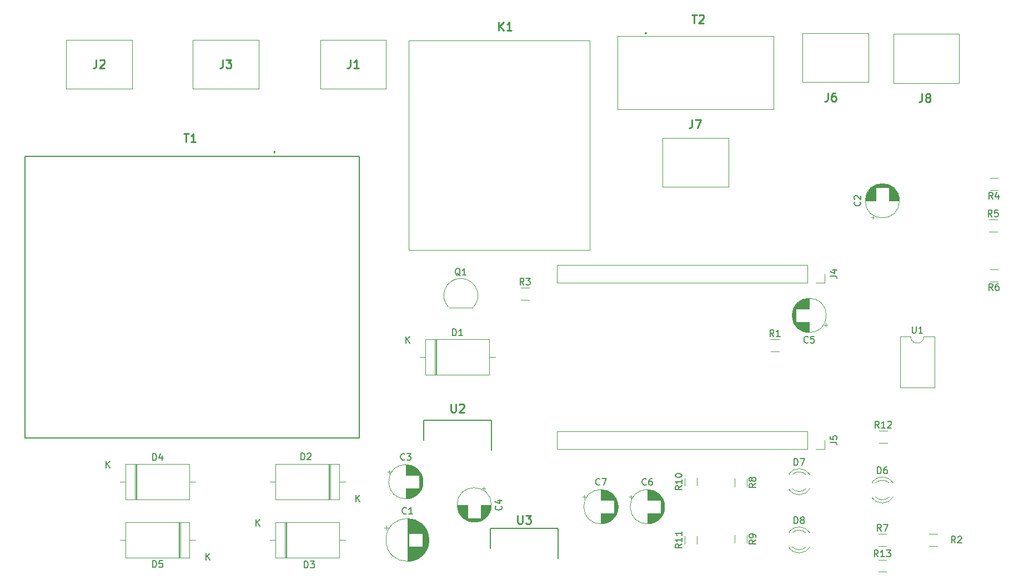
<source format=gbr>
G04 #@! TF.GenerationSoftware,KiCad,Pcbnew,(5.1.4)-1*
G04 #@! TF.CreationDate,2021-06-15T15:34:46+02:00*
G04 #@! TF.ProjectId,IOT SMART SWITCH,494f5420-534d-4415-9254-205357495443,1.0*
G04 #@! TF.SameCoordinates,Original*
G04 #@! TF.FileFunction,Legend,Top*
G04 #@! TF.FilePolarity,Positive*
%FSLAX46Y46*%
G04 Gerber Fmt 4.6, Leading zero omitted, Abs format (unit mm)*
G04 Created by KiCad (PCBNEW (5.1.4)-1) date 2021-06-15 15:34:46*
%MOMM*%
%LPD*%
G04 APERTURE LIST*
%ADD10C,0.120000*%
%ADD11C,0.100000*%
%ADD12C,0.200000*%
%ADD13C,0.150000*%
%ADD14C,0.254000*%
G04 APERTURE END LIST*
D10*
X191830000Y-77470000D02*
X191830000Y-78800000D01*
X191830000Y-78800000D02*
X190500000Y-78800000D01*
X189230000Y-78800000D02*
X151070000Y-78800000D01*
X151070000Y-76140000D02*
X151070000Y-78800000D01*
X189230000Y-76140000D02*
X151070000Y-76140000D01*
X189230000Y-76140000D02*
X189230000Y-78800000D01*
X167450000Y-113030000D02*
G75*
G03X167450000Y-113030000I-2620000J0D01*
G01*
X164830000Y-114070000D02*
X164830000Y-115610000D01*
X164830000Y-110450000D02*
X164830000Y-111990000D01*
X164870000Y-114070000D02*
X164870000Y-115610000D01*
X164870000Y-110450000D02*
X164870000Y-111990000D01*
X164910000Y-110451000D02*
X164910000Y-111990000D01*
X164910000Y-114070000D02*
X164910000Y-115609000D01*
X164950000Y-110452000D02*
X164950000Y-111990000D01*
X164950000Y-114070000D02*
X164950000Y-115608000D01*
X164990000Y-110454000D02*
X164990000Y-111990000D01*
X164990000Y-114070000D02*
X164990000Y-115606000D01*
X165030000Y-110457000D02*
X165030000Y-111990000D01*
X165030000Y-114070000D02*
X165030000Y-115603000D01*
X165070000Y-110461000D02*
X165070000Y-111990000D01*
X165070000Y-114070000D02*
X165070000Y-115599000D01*
X165110000Y-110465000D02*
X165110000Y-111990000D01*
X165110000Y-114070000D02*
X165110000Y-115595000D01*
X165150000Y-110469000D02*
X165150000Y-111990000D01*
X165150000Y-114070000D02*
X165150000Y-115591000D01*
X165190000Y-110474000D02*
X165190000Y-111990000D01*
X165190000Y-114070000D02*
X165190000Y-115586000D01*
X165230000Y-110480000D02*
X165230000Y-111990000D01*
X165230000Y-114070000D02*
X165230000Y-115580000D01*
X165270000Y-110487000D02*
X165270000Y-111990000D01*
X165270000Y-114070000D02*
X165270000Y-115573000D01*
X165310000Y-110494000D02*
X165310000Y-111990000D01*
X165310000Y-114070000D02*
X165310000Y-115566000D01*
X165350000Y-110502000D02*
X165350000Y-111990000D01*
X165350000Y-114070000D02*
X165350000Y-115558000D01*
X165390000Y-110510000D02*
X165390000Y-111990000D01*
X165390000Y-114070000D02*
X165390000Y-115550000D01*
X165430000Y-110519000D02*
X165430000Y-111990000D01*
X165430000Y-114070000D02*
X165430000Y-115541000D01*
X165470000Y-110529000D02*
X165470000Y-111990000D01*
X165470000Y-114070000D02*
X165470000Y-115531000D01*
X165510000Y-110539000D02*
X165510000Y-111990000D01*
X165510000Y-114070000D02*
X165510000Y-115521000D01*
X165551000Y-110550000D02*
X165551000Y-111990000D01*
X165551000Y-114070000D02*
X165551000Y-115510000D01*
X165591000Y-110562000D02*
X165591000Y-111990000D01*
X165591000Y-114070000D02*
X165591000Y-115498000D01*
X165631000Y-110575000D02*
X165631000Y-111990000D01*
X165631000Y-114070000D02*
X165631000Y-115485000D01*
X165671000Y-110588000D02*
X165671000Y-111990000D01*
X165671000Y-114070000D02*
X165671000Y-115472000D01*
X165711000Y-110602000D02*
X165711000Y-111990000D01*
X165711000Y-114070000D02*
X165711000Y-115458000D01*
X165751000Y-110616000D02*
X165751000Y-111990000D01*
X165751000Y-114070000D02*
X165751000Y-115444000D01*
X165791000Y-110632000D02*
X165791000Y-111990000D01*
X165791000Y-114070000D02*
X165791000Y-115428000D01*
X165831000Y-110648000D02*
X165831000Y-111990000D01*
X165831000Y-114070000D02*
X165831000Y-115412000D01*
X165871000Y-110665000D02*
X165871000Y-111990000D01*
X165871000Y-114070000D02*
X165871000Y-115395000D01*
X165911000Y-110682000D02*
X165911000Y-111990000D01*
X165911000Y-114070000D02*
X165911000Y-115378000D01*
X165951000Y-110701000D02*
X165951000Y-111990000D01*
X165951000Y-114070000D02*
X165951000Y-115359000D01*
X165991000Y-110720000D02*
X165991000Y-111990000D01*
X165991000Y-114070000D02*
X165991000Y-115340000D01*
X166031000Y-110740000D02*
X166031000Y-111990000D01*
X166031000Y-114070000D02*
X166031000Y-115320000D01*
X166071000Y-110762000D02*
X166071000Y-111990000D01*
X166071000Y-114070000D02*
X166071000Y-115298000D01*
X166111000Y-110783000D02*
X166111000Y-111990000D01*
X166111000Y-114070000D02*
X166111000Y-115277000D01*
X166151000Y-110806000D02*
X166151000Y-111990000D01*
X166151000Y-114070000D02*
X166151000Y-115254000D01*
X166191000Y-110830000D02*
X166191000Y-111990000D01*
X166191000Y-114070000D02*
X166191000Y-115230000D01*
X166231000Y-110855000D02*
X166231000Y-111990000D01*
X166231000Y-114070000D02*
X166231000Y-115205000D01*
X166271000Y-110881000D02*
X166271000Y-111990000D01*
X166271000Y-114070000D02*
X166271000Y-115179000D01*
X166311000Y-110908000D02*
X166311000Y-111990000D01*
X166311000Y-114070000D02*
X166311000Y-115152000D01*
X166351000Y-110935000D02*
X166351000Y-111990000D01*
X166351000Y-114070000D02*
X166351000Y-115125000D01*
X166391000Y-110965000D02*
X166391000Y-111990000D01*
X166391000Y-114070000D02*
X166391000Y-115095000D01*
X166431000Y-110995000D02*
X166431000Y-111990000D01*
X166431000Y-114070000D02*
X166431000Y-115065000D01*
X166471000Y-111026000D02*
X166471000Y-111990000D01*
X166471000Y-114070000D02*
X166471000Y-115034000D01*
X166511000Y-111059000D02*
X166511000Y-111990000D01*
X166511000Y-114070000D02*
X166511000Y-115001000D01*
X166551000Y-111093000D02*
X166551000Y-111990000D01*
X166551000Y-114070000D02*
X166551000Y-114967000D01*
X166591000Y-111129000D02*
X166591000Y-111990000D01*
X166591000Y-114070000D02*
X166591000Y-114931000D01*
X166631000Y-111166000D02*
X166631000Y-111990000D01*
X166631000Y-114070000D02*
X166631000Y-114894000D01*
X166671000Y-111204000D02*
X166671000Y-111990000D01*
X166671000Y-114070000D02*
X166671000Y-114856000D01*
X166711000Y-111245000D02*
X166711000Y-111990000D01*
X166711000Y-114070000D02*
X166711000Y-114815000D01*
X166751000Y-111287000D02*
X166751000Y-111990000D01*
X166751000Y-114070000D02*
X166751000Y-114773000D01*
X166791000Y-111331000D02*
X166791000Y-111990000D01*
X166791000Y-114070000D02*
X166791000Y-114729000D01*
X166831000Y-111377000D02*
X166831000Y-111990000D01*
X166831000Y-114070000D02*
X166831000Y-114683000D01*
X166871000Y-111425000D02*
X166871000Y-114635000D01*
X166911000Y-111476000D02*
X166911000Y-114584000D01*
X166951000Y-111530000D02*
X166951000Y-114530000D01*
X166991000Y-111587000D02*
X166991000Y-114473000D01*
X167031000Y-111647000D02*
X167031000Y-114413000D01*
X167071000Y-111711000D02*
X167071000Y-114349000D01*
X167111000Y-111779000D02*
X167111000Y-114281000D01*
X167151000Y-111852000D02*
X167151000Y-114208000D01*
X167191000Y-111932000D02*
X167191000Y-114128000D01*
X167231000Y-112019000D02*
X167231000Y-114041000D01*
X167271000Y-112115000D02*
X167271000Y-113945000D01*
X167311000Y-112225000D02*
X167311000Y-113835000D01*
X167351000Y-112353000D02*
X167351000Y-113707000D01*
X167391000Y-112512000D02*
X167391000Y-113548000D01*
X167431000Y-112746000D02*
X167431000Y-113314000D01*
X162025225Y-111555000D02*
X162525225Y-111555000D01*
X162275225Y-111305000D02*
X162275225Y-111805000D01*
D11*
X160312000Y-41176000D02*
X184112000Y-41176000D01*
X184112000Y-41176000D02*
X184112000Y-52296000D01*
X184112000Y-52296000D02*
X160312000Y-52296000D01*
X160312000Y-52296000D02*
X160312000Y-41176000D01*
D12*
X164512000Y-40736000D02*
X164512000Y-40736000D01*
X164712000Y-40736000D02*
X164712000Y-40736000D01*
X164712000Y-40736000D02*
G75*
G03X164512000Y-40736000I-100000J0D01*
G01*
X164512000Y-40736000D02*
G75*
G03X164712000Y-40736000I100000J0D01*
G01*
D11*
X167172000Y-56706000D02*
X177172000Y-56706000D01*
X177172000Y-56706000D02*
X177172000Y-64206000D01*
X177172000Y-64206000D02*
X167172000Y-64206000D01*
X167172000Y-64206000D02*
X167172000Y-56706000D01*
D12*
X120950000Y-59560000D02*
X120950000Y-102560000D01*
X120950000Y-102560000D02*
X69950000Y-102560000D01*
X69950000Y-102560000D02*
X69950000Y-59560000D01*
X69950000Y-59560000D02*
X120950000Y-59560000D01*
X107950000Y-58910000D02*
X107950000Y-58910000D01*
X107950000Y-59010000D02*
X107950000Y-59010000D01*
X107950000Y-58910000D02*
X107950000Y-58910000D01*
X107950000Y-58810000D02*
G75*
G02X107950000Y-58910000I0J-50000D01*
G01*
X107950000Y-58710000D02*
G75*
G02X107950000Y-59010000I0J-150000D01*
G01*
X107950000Y-58810000D02*
G75*
G02X107950000Y-58910000I0J-50000D01*
G01*
D10*
X131520000Y-118110000D02*
G75*
G03X131520000Y-118110000I-3270000J0D01*
G01*
X128250000Y-114880000D02*
X128250000Y-121340000D01*
X128290000Y-114880000D02*
X128290000Y-121340000D01*
X128330000Y-114880000D02*
X128330000Y-121340000D01*
X128370000Y-114882000D02*
X128370000Y-121338000D01*
X128410000Y-114883000D02*
X128410000Y-121337000D01*
X128450000Y-114886000D02*
X128450000Y-121334000D01*
X128490000Y-114888000D02*
X128490000Y-117070000D01*
X128490000Y-119150000D02*
X128490000Y-121332000D01*
X128530000Y-114892000D02*
X128530000Y-117070000D01*
X128530000Y-119150000D02*
X128530000Y-121328000D01*
X128570000Y-114895000D02*
X128570000Y-117070000D01*
X128570000Y-119150000D02*
X128570000Y-121325000D01*
X128610000Y-114899000D02*
X128610000Y-117070000D01*
X128610000Y-119150000D02*
X128610000Y-121321000D01*
X128650000Y-114904000D02*
X128650000Y-117070000D01*
X128650000Y-119150000D02*
X128650000Y-121316000D01*
X128690000Y-114909000D02*
X128690000Y-117070000D01*
X128690000Y-119150000D02*
X128690000Y-121311000D01*
X128730000Y-114915000D02*
X128730000Y-117070000D01*
X128730000Y-119150000D02*
X128730000Y-121305000D01*
X128770000Y-114921000D02*
X128770000Y-117070000D01*
X128770000Y-119150000D02*
X128770000Y-121299000D01*
X128810000Y-114928000D02*
X128810000Y-117070000D01*
X128810000Y-119150000D02*
X128810000Y-121292000D01*
X128850000Y-114935000D02*
X128850000Y-117070000D01*
X128850000Y-119150000D02*
X128850000Y-121285000D01*
X128890000Y-114943000D02*
X128890000Y-117070000D01*
X128890000Y-119150000D02*
X128890000Y-121277000D01*
X128930000Y-114951000D02*
X128930000Y-117070000D01*
X128930000Y-119150000D02*
X128930000Y-121269000D01*
X128971000Y-114960000D02*
X128971000Y-117070000D01*
X128971000Y-119150000D02*
X128971000Y-121260000D01*
X129011000Y-114969000D02*
X129011000Y-117070000D01*
X129011000Y-119150000D02*
X129011000Y-121251000D01*
X129051000Y-114979000D02*
X129051000Y-117070000D01*
X129051000Y-119150000D02*
X129051000Y-121241000D01*
X129091000Y-114989000D02*
X129091000Y-117070000D01*
X129091000Y-119150000D02*
X129091000Y-121231000D01*
X129131000Y-115000000D02*
X129131000Y-117070000D01*
X129131000Y-119150000D02*
X129131000Y-121220000D01*
X129171000Y-115012000D02*
X129171000Y-117070000D01*
X129171000Y-119150000D02*
X129171000Y-121208000D01*
X129211000Y-115024000D02*
X129211000Y-117070000D01*
X129211000Y-119150000D02*
X129211000Y-121196000D01*
X129251000Y-115036000D02*
X129251000Y-117070000D01*
X129251000Y-119150000D02*
X129251000Y-121184000D01*
X129291000Y-115049000D02*
X129291000Y-117070000D01*
X129291000Y-119150000D02*
X129291000Y-121171000D01*
X129331000Y-115063000D02*
X129331000Y-117070000D01*
X129331000Y-119150000D02*
X129331000Y-121157000D01*
X129371000Y-115077000D02*
X129371000Y-117070000D01*
X129371000Y-119150000D02*
X129371000Y-121143000D01*
X129411000Y-115092000D02*
X129411000Y-117070000D01*
X129411000Y-119150000D02*
X129411000Y-121128000D01*
X129451000Y-115108000D02*
X129451000Y-117070000D01*
X129451000Y-119150000D02*
X129451000Y-121112000D01*
X129491000Y-115124000D02*
X129491000Y-117070000D01*
X129491000Y-119150000D02*
X129491000Y-121096000D01*
X129531000Y-115140000D02*
X129531000Y-117070000D01*
X129531000Y-119150000D02*
X129531000Y-121080000D01*
X129571000Y-115158000D02*
X129571000Y-117070000D01*
X129571000Y-119150000D02*
X129571000Y-121062000D01*
X129611000Y-115176000D02*
X129611000Y-117070000D01*
X129611000Y-119150000D02*
X129611000Y-121044000D01*
X129651000Y-115194000D02*
X129651000Y-117070000D01*
X129651000Y-119150000D02*
X129651000Y-121026000D01*
X129691000Y-115214000D02*
X129691000Y-117070000D01*
X129691000Y-119150000D02*
X129691000Y-121006000D01*
X129731000Y-115234000D02*
X129731000Y-117070000D01*
X129731000Y-119150000D02*
X129731000Y-120986000D01*
X129771000Y-115254000D02*
X129771000Y-117070000D01*
X129771000Y-119150000D02*
X129771000Y-120966000D01*
X129811000Y-115276000D02*
X129811000Y-117070000D01*
X129811000Y-119150000D02*
X129811000Y-120944000D01*
X129851000Y-115298000D02*
X129851000Y-117070000D01*
X129851000Y-119150000D02*
X129851000Y-120922000D01*
X129891000Y-115320000D02*
X129891000Y-117070000D01*
X129891000Y-119150000D02*
X129891000Y-120900000D01*
X129931000Y-115344000D02*
X129931000Y-117070000D01*
X129931000Y-119150000D02*
X129931000Y-120876000D01*
X129971000Y-115368000D02*
X129971000Y-117070000D01*
X129971000Y-119150000D02*
X129971000Y-120852000D01*
X130011000Y-115394000D02*
X130011000Y-117070000D01*
X130011000Y-119150000D02*
X130011000Y-120826000D01*
X130051000Y-115420000D02*
X130051000Y-117070000D01*
X130051000Y-119150000D02*
X130051000Y-120800000D01*
X130091000Y-115446000D02*
X130091000Y-117070000D01*
X130091000Y-119150000D02*
X130091000Y-120774000D01*
X130131000Y-115474000D02*
X130131000Y-117070000D01*
X130131000Y-119150000D02*
X130131000Y-120746000D01*
X130171000Y-115503000D02*
X130171000Y-117070000D01*
X130171000Y-119150000D02*
X130171000Y-120717000D01*
X130211000Y-115532000D02*
X130211000Y-117070000D01*
X130211000Y-119150000D02*
X130211000Y-120688000D01*
X130251000Y-115562000D02*
X130251000Y-117070000D01*
X130251000Y-119150000D02*
X130251000Y-120658000D01*
X130291000Y-115594000D02*
X130291000Y-117070000D01*
X130291000Y-119150000D02*
X130291000Y-120626000D01*
X130331000Y-115626000D02*
X130331000Y-117070000D01*
X130331000Y-119150000D02*
X130331000Y-120594000D01*
X130371000Y-115660000D02*
X130371000Y-117070000D01*
X130371000Y-119150000D02*
X130371000Y-120560000D01*
X130411000Y-115694000D02*
X130411000Y-117070000D01*
X130411000Y-119150000D02*
X130411000Y-120526000D01*
X130451000Y-115730000D02*
X130451000Y-117070000D01*
X130451000Y-119150000D02*
X130451000Y-120490000D01*
X130491000Y-115767000D02*
X130491000Y-117070000D01*
X130491000Y-119150000D02*
X130491000Y-120453000D01*
X130531000Y-115805000D02*
X130531000Y-117070000D01*
X130531000Y-119150000D02*
X130531000Y-120415000D01*
X130571000Y-115845000D02*
X130571000Y-120375000D01*
X130611000Y-115886000D02*
X130611000Y-120334000D01*
X130651000Y-115928000D02*
X130651000Y-120292000D01*
X130691000Y-115973000D02*
X130691000Y-120247000D01*
X130731000Y-116018000D02*
X130731000Y-120202000D01*
X130771000Y-116066000D02*
X130771000Y-120154000D01*
X130811000Y-116115000D02*
X130811000Y-120105000D01*
X130851000Y-116166000D02*
X130851000Y-120054000D01*
X130891000Y-116220000D02*
X130891000Y-120000000D01*
X130931000Y-116276000D02*
X130931000Y-119944000D01*
X130971000Y-116334000D02*
X130971000Y-119886000D01*
X131011000Y-116396000D02*
X131011000Y-119824000D01*
X131051000Y-116460000D02*
X131051000Y-119760000D01*
X131091000Y-116529000D02*
X131091000Y-119691000D01*
X131131000Y-116601000D02*
X131131000Y-119619000D01*
X131171000Y-116678000D02*
X131171000Y-119542000D01*
X131211000Y-116760000D02*
X131211000Y-119460000D01*
X131251000Y-116848000D02*
X131251000Y-119372000D01*
X131291000Y-116945000D02*
X131291000Y-119275000D01*
X131331000Y-117051000D02*
X131331000Y-119169000D01*
X131371000Y-117170000D02*
X131371000Y-119050000D01*
X131411000Y-117308000D02*
X131411000Y-118912000D01*
X131451000Y-117477000D02*
X131451000Y-118743000D01*
X131491000Y-117708000D02*
X131491000Y-118512000D01*
X124749759Y-116271000D02*
X125379759Y-116271000D01*
X125064759Y-115956000D02*
X125064759Y-116586000D01*
X198935000Y-68864775D02*
X199435000Y-68864775D01*
X199185000Y-69114775D02*
X199185000Y-68614775D01*
X200376000Y-63709000D02*
X200944000Y-63709000D01*
X200142000Y-63749000D02*
X201178000Y-63749000D01*
X199983000Y-63789000D02*
X201337000Y-63789000D01*
X199855000Y-63829000D02*
X201465000Y-63829000D01*
X199745000Y-63869000D02*
X201575000Y-63869000D01*
X199649000Y-63909000D02*
X201671000Y-63909000D01*
X199562000Y-63949000D02*
X201758000Y-63949000D01*
X199482000Y-63989000D02*
X201838000Y-63989000D01*
X199409000Y-64029000D02*
X201911000Y-64029000D01*
X199341000Y-64069000D02*
X201979000Y-64069000D01*
X199277000Y-64109000D02*
X202043000Y-64109000D01*
X199217000Y-64149000D02*
X202103000Y-64149000D01*
X199160000Y-64189000D02*
X202160000Y-64189000D01*
X199106000Y-64229000D02*
X202214000Y-64229000D01*
X199055000Y-64269000D02*
X202265000Y-64269000D01*
X201700000Y-64309000D02*
X202313000Y-64309000D01*
X199007000Y-64309000D02*
X199620000Y-64309000D01*
X201700000Y-64349000D02*
X202359000Y-64349000D01*
X198961000Y-64349000D02*
X199620000Y-64349000D01*
X201700000Y-64389000D02*
X202403000Y-64389000D01*
X198917000Y-64389000D02*
X199620000Y-64389000D01*
X201700000Y-64429000D02*
X202445000Y-64429000D01*
X198875000Y-64429000D02*
X199620000Y-64429000D01*
X201700000Y-64469000D02*
X202486000Y-64469000D01*
X198834000Y-64469000D02*
X199620000Y-64469000D01*
X201700000Y-64509000D02*
X202524000Y-64509000D01*
X198796000Y-64509000D02*
X199620000Y-64509000D01*
X201700000Y-64549000D02*
X202561000Y-64549000D01*
X198759000Y-64549000D02*
X199620000Y-64549000D01*
X201700000Y-64589000D02*
X202597000Y-64589000D01*
X198723000Y-64589000D02*
X199620000Y-64589000D01*
X201700000Y-64629000D02*
X202631000Y-64629000D01*
X198689000Y-64629000D02*
X199620000Y-64629000D01*
X201700000Y-64669000D02*
X202664000Y-64669000D01*
X198656000Y-64669000D02*
X199620000Y-64669000D01*
X201700000Y-64709000D02*
X202695000Y-64709000D01*
X198625000Y-64709000D02*
X199620000Y-64709000D01*
X201700000Y-64749000D02*
X202725000Y-64749000D01*
X198595000Y-64749000D02*
X199620000Y-64749000D01*
X201700000Y-64789000D02*
X202755000Y-64789000D01*
X198565000Y-64789000D02*
X199620000Y-64789000D01*
X201700000Y-64829000D02*
X202782000Y-64829000D01*
X198538000Y-64829000D02*
X199620000Y-64829000D01*
X201700000Y-64869000D02*
X202809000Y-64869000D01*
X198511000Y-64869000D02*
X199620000Y-64869000D01*
X201700000Y-64909000D02*
X202835000Y-64909000D01*
X198485000Y-64909000D02*
X199620000Y-64909000D01*
X201700000Y-64949000D02*
X202860000Y-64949000D01*
X198460000Y-64949000D02*
X199620000Y-64949000D01*
X201700000Y-64989000D02*
X202884000Y-64989000D01*
X198436000Y-64989000D02*
X199620000Y-64989000D01*
X201700000Y-65029000D02*
X202907000Y-65029000D01*
X198413000Y-65029000D02*
X199620000Y-65029000D01*
X201700000Y-65069000D02*
X202928000Y-65069000D01*
X198392000Y-65069000D02*
X199620000Y-65069000D01*
X201700000Y-65109000D02*
X202950000Y-65109000D01*
X198370000Y-65109000D02*
X199620000Y-65109000D01*
X201700000Y-65149000D02*
X202970000Y-65149000D01*
X198350000Y-65149000D02*
X199620000Y-65149000D01*
X201700000Y-65189000D02*
X202989000Y-65189000D01*
X198331000Y-65189000D02*
X199620000Y-65189000D01*
X201700000Y-65229000D02*
X203008000Y-65229000D01*
X198312000Y-65229000D02*
X199620000Y-65229000D01*
X201700000Y-65269000D02*
X203025000Y-65269000D01*
X198295000Y-65269000D02*
X199620000Y-65269000D01*
X201700000Y-65309000D02*
X203042000Y-65309000D01*
X198278000Y-65309000D02*
X199620000Y-65309000D01*
X201700000Y-65349000D02*
X203058000Y-65349000D01*
X198262000Y-65349000D02*
X199620000Y-65349000D01*
X201700000Y-65389000D02*
X203074000Y-65389000D01*
X198246000Y-65389000D02*
X199620000Y-65389000D01*
X201700000Y-65429000D02*
X203088000Y-65429000D01*
X198232000Y-65429000D02*
X199620000Y-65429000D01*
X201700000Y-65469000D02*
X203102000Y-65469000D01*
X198218000Y-65469000D02*
X199620000Y-65469000D01*
X201700000Y-65509000D02*
X203115000Y-65509000D01*
X198205000Y-65509000D02*
X199620000Y-65509000D01*
X201700000Y-65549000D02*
X203128000Y-65549000D01*
X198192000Y-65549000D02*
X199620000Y-65549000D01*
X201700000Y-65589000D02*
X203140000Y-65589000D01*
X198180000Y-65589000D02*
X199620000Y-65589000D01*
X201700000Y-65630000D02*
X203151000Y-65630000D01*
X198169000Y-65630000D02*
X199620000Y-65630000D01*
X201700000Y-65670000D02*
X203161000Y-65670000D01*
X198159000Y-65670000D02*
X199620000Y-65670000D01*
X201700000Y-65710000D02*
X203171000Y-65710000D01*
X198149000Y-65710000D02*
X199620000Y-65710000D01*
X201700000Y-65750000D02*
X203180000Y-65750000D01*
X198140000Y-65750000D02*
X199620000Y-65750000D01*
X201700000Y-65790000D02*
X203188000Y-65790000D01*
X198132000Y-65790000D02*
X199620000Y-65790000D01*
X201700000Y-65830000D02*
X203196000Y-65830000D01*
X198124000Y-65830000D02*
X199620000Y-65830000D01*
X201700000Y-65870000D02*
X203203000Y-65870000D01*
X198117000Y-65870000D02*
X199620000Y-65870000D01*
X201700000Y-65910000D02*
X203210000Y-65910000D01*
X198110000Y-65910000D02*
X199620000Y-65910000D01*
X201700000Y-65950000D02*
X203216000Y-65950000D01*
X198104000Y-65950000D02*
X199620000Y-65950000D01*
X201700000Y-65990000D02*
X203221000Y-65990000D01*
X198099000Y-65990000D02*
X199620000Y-65990000D01*
X201700000Y-66030000D02*
X203225000Y-66030000D01*
X198095000Y-66030000D02*
X199620000Y-66030000D01*
X201700000Y-66070000D02*
X203229000Y-66070000D01*
X198091000Y-66070000D02*
X199620000Y-66070000D01*
X201700000Y-66110000D02*
X203233000Y-66110000D01*
X198087000Y-66110000D02*
X199620000Y-66110000D01*
X201700000Y-66150000D02*
X203236000Y-66150000D01*
X198084000Y-66150000D02*
X199620000Y-66150000D01*
X201700000Y-66190000D02*
X203238000Y-66190000D01*
X198082000Y-66190000D02*
X199620000Y-66190000D01*
X201700000Y-66230000D02*
X203239000Y-66230000D01*
X198081000Y-66230000D02*
X199620000Y-66230000D01*
X198080000Y-66270000D02*
X199620000Y-66270000D01*
X201700000Y-66270000D02*
X203240000Y-66270000D01*
X198080000Y-66310000D02*
X199620000Y-66310000D01*
X201700000Y-66310000D02*
X203240000Y-66310000D01*
X203280000Y-66310000D02*
G75*
G03X203280000Y-66310000I-2620000J0D01*
G01*
X125445225Y-107495000D02*
X125445225Y-107995000D01*
X125195225Y-107745000D02*
X125695225Y-107745000D01*
X130601000Y-108936000D02*
X130601000Y-109504000D01*
X130561000Y-108702000D02*
X130561000Y-109738000D01*
X130521000Y-108543000D02*
X130521000Y-109897000D01*
X130481000Y-108415000D02*
X130481000Y-110025000D01*
X130441000Y-108305000D02*
X130441000Y-110135000D01*
X130401000Y-108209000D02*
X130401000Y-110231000D01*
X130361000Y-108122000D02*
X130361000Y-110318000D01*
X130321000Y-108042000D02*
X130321000Y-110398000D01*
X130281000Y-107969000D02*
X130281000Y-110471000D01*
X130241000Y-107901000D02*
X130241000Y-110539000D01*
X130201000Y-107837000D02*
X130201000Y-110603000D01*
X130161000Y-107777000D02*
X130161000Y-110663000D01*
X130121000Y-107720000D02*
X130121000Y-110720000D01*
X130081000Y-107666000D02*
X130081000Y-110774000D01*
X130041000Y-107615000D02*
X130041000Y-110825000D01*
X130001000Y-110260000D02*
X130001000Y-110873000D01*
X130001000Y-107567000D02*
X130001000Y-108180000D01*
X129961000Y-110260000D02*
X129961000Y-110919000D01*
X129961000Y-107521000D02*
X129961000Y-108180000D01*
X129921000Y-110260000D02*
X129921000Y-110963000D01*
X129921000Y-107477000D02*
X129921000Y-108180000D01*
X129881000Y-110260000D02*
X129881000Y-111005000D01*
X129881000Y-107435000D02*
X129881000Y-108180000D01*
X129841000Y-110260000D02*
X129841000Y-111046000D01*
X129841000Y-107394000D02*
X129841000Y-108180000D01*
X129801000Y-110260000D02*
X129801000Y-111084000D01*
X129801000Y-107356000D02*
X129801000Y-108180000D01*
X129761000Y-110260000D02*
X129761000Y-111121000D01*
X129761000Y-107319000D02*
X129761000Y-108180000D01*
X129721000Y-110260000D02*
X129721000Y-111157000D01*
X129721000Y-107283000D02*
X129721000Y-108180000D01*
X129681000Y-110260000D02*
X129681000Y-111191000D01*
X129681000Y-107249000D02*
X129681000Y-108180000D01*
X129641000Y-110260000D02*
X129641000Y-111224000D01*
X129641000Y-107216000D02*
X129641000Y-108180000D01*
X129601000Y-110260000D02*
X129601000Y-111255000D01*
X129601000Y-107185000D02*
X129601000Y-108180000D01*
X129561000Y-110260000D02*
X129561000Y-111285000D01*
X129561000Y-107155000D02*
X129561000Y-108180000D01*
X129521000Y-110260000D02*
X129521000Y-111315000D01*
X129521000Y-107125000D02*
X129521000Y-108180000D01*
X129481000Y-110260000D02*
X129481000Y-111342000D01*
X129481000Y-107098000D02*
X129481000Y-108180000D01*
X129441000Y-110260000D02*
X129441000Y-111369000D01*
X129441000Y-107071000D02*
X129441000Y-108180000D01*
X129401000Y-110260000D02*
X129401000Y-111395000D01*
X129401000Y-107045000D02*
X129401000Y-108180000D01*
X129361000Y-110260000D02*
X129361000Y-111420000D01*
X129361000Y-107020000D02*
X129361000Y-108180000D01*
X129321000Y-110260000D02*
X129321000Y-111444000D01*
X129321000Y-106996000D02*
X129321000Y-108180000D01*
X129281000Y-110260000D02*
X129281000Y-111467000D01*
X129281000Y-106973000D02*
X129281000Y-108180000D01*
X129241000Y-110260000D02*
X129241000Y-111488000D01*
X129241000Y-106952000D02*
X129241000Y-108180000D01*
X129201000Y-110260000D02*
X129201000Y-111510000D01*
X129201000Y-106930000D02*
X129201000Y-108180000D01*
X129161000Y-110260000D02*
X129161000Y-111530000D01*
X129161000Y-106910000D02*
X129161000Y-108180000D01*
X129121000Y-110260000D02*
X129121000Y-111549000D01*
X129121000Y-106891000D02*
X129121000Y-108180000D01*
X129081000Y-110260000D02*
X129081000Y-111568000D01*
X129081000Y-106872000D02*
X129081000Y-108180000D01*
X129041000Y-110260000D02*
X129041000Y-111585000D01*
X129041000Y-106855000D02*
X129041000Y-108180000D01*
X129001000Y-110260000D02*
X129001000Y-111602000D01*
X129001000Y-106838000D02*
X129001000Y-108180000D01*
X128961000Y-110260000D02*
X128961000Y-111618000D01*
X128961000Y-106822000D02*
X128961000Y-108180000D01*
X128921000Y-110260000D02*
X128921000Y-111634000D01*
X128921000Y-106806000D02*
X128921000Y-108180000D01*
X128881000Y-110260000D02*
X128881000Y-111648000D01*
X128881000Y-106792000D02*
X128881000Y-108180000D01*
X128841000Y-110260000D02*
X128841000Y-111662000D01*
X128841000Y-106778000D02*
X128841000Y-108180000D01*
X128801000Y-110260000D02*
X128801000Y-111675000D01*
X128801000Y-106765000D02*
X128801000Y-108180000D01*
X128761000Y-110260000D02*
X128761000Y-111688000D01*
X128761000Y-106752000D02*
X128761000Y-108180000D01*
X128721000Y-110260000D02*
X128721000Y-111700000D01*
X128721000Y-106740000D02*
X128721000Y-108180000D01*
X128680000Y-110260000D02*
X128680000Y-111711000D01*
X128680000Y-106729000D02*
X128680000Y-108180000D01*
X128640000Y-110260000D02*
X128640000Y-111721000D01*
X128640000Y-106719000D02*
X128640000Y-108180000D01*
X128600000Y-110260000D02*
X128600000Y-111731000D01*
X128600000Y-106709000D02*
X128600000Y-108180000D01*
X128560000Y-110260000D02*
X128560000Y-111740000D01*
X128560000Y-106700000D02*
X128560000Y-108180000D01*
X128520000Y-110260000D02*
X128520000Y-111748000D01*
X128520000Y-106692000D02*
X128520000Y-108180000D01*
X128480000Y-110260000D02*
X128480000Y-111756000D01*
X128480000Y-106684000D02*
X128480000Y-108180000D01*
X128440000Y-110260000D02*
X128440000Y-111763000D01*
X128440000Y-106677000D02*
X128440000Y-108180000D01*
X128400000Y-110260000D02*
X128400000Y-111770000D01*
X128400000Y-106670000D02*
X128400000Y-108180000D01*
X128360000Y-110260000D02*
X128360000Y-111776000D01*
X128360000Y-106664000D02*
X128360000Y-108180000D01*
X128320000Y-110260000D02*
X128320000Y-111781000D01*
X128320000Y-106659000D02*
X128320000Y-108180000D01*
X128280000Y-110260000D02*
X128280000Y-111785000D01*
X128280000Y-106655000D02*
X128280000Y-108180000D01*
X128240000Y-110260000D02*
X128240000Y-111789000D01*
X128240000Y-106651000D02*
X128240000Y-108180000D01*
X128200000Y-110260000D02*
X128200000Y-111793000D01*
X128200000Y-106647000D02*
X128200000Y-108180000D01*
X128160000Y-110260000D02*
X128160000Y-111796000D01*
X128160000Y-106644000D02*
X128160000Y-108180000D01*
X128120000Y-110260000D02*
X128120000Y-111798000D01*
X128120000Y-106642000D02*
X128120000Y-108180000D01*
X128080000Y-110260000D02*
X128080000Y-111799000D01*
X128080000Y-106641000D02*
X128080000Y-108180000D01*
X128040000Y-106640000D02*
X128040000Y-108180000D01*
X128040000Y-110260000D02*
X128040000Y-111800000D01*
X128000000Y-106640000D02*
X128000000Y-108180000D01*
X128000000Y-110260000D02*
X128000000Y-111800000D01*
X130620000Y-109220000D02*
G75*
G03X130620000Y-109220000I-2620000J0D01*
G01*
X141050000Y-112760000D02*
G75*
G03X141050000Y-112760000I-2620000J0D01*
G01*
X137390000Y-112760000D02*
X135850000Y-112760000D01*
X141010000Y-112760000D02*
X139470000Y-112760000D01*
X137390000Y-112800000D02*
X135850000Y-112800000D01*
X141010000Y-112800000D02*
X139470000Y-112800000D01*
X141009000Y-112840000D02*
X139470000Y-112840000D01*
X137390000Y-112840000D02*
X135851000Y-112840000D01*
X141008000Y-112880000D02*
X139470000Y-112880000D01*
X137390000Y-112880000D02*
X135852000Y-112880000D01*
X141006000Y-112920000D02*
X139470000Y-112920000D01*
X137390000Y-112920000D02*
X135854000Y-112920000D01*
X141003000Y-112960000D02*
X139470000Y-112960000D01*
X137390000Y-112960000D02*
X135857000Y-112960000D01*
X140999000Y-113000000D02*
X139470000Y-113000000D01*
X137390000Y-113000000D02*
X135861000Y-113000000D01*
X140995000Y-113040000D02*
X139470000Y-113040000D01*
X137390000Y-113040000D02*
X135865000Y-113040000D01*
X140991000Y-113080000D02*
X139470000Y-113080000D01*
X137390000Y-113080000D02*
X135869000Y-113080000D01*
X140986000Y-113120000D02*
X139470000Y-113120000D01*
X137390000Y-113120000D02*
X135874000Y-113120000D01*
X140980000Y-113160000D02*
X139470000Y-113160000D01*
X137390000Y-113160000D02*
X135880000Y-113160000D01*
X140973000Y-113200000D02*
X139470000Y-113200000D01*
X137390000Y-113200000D02*
X135887000Y-113200000D01*
X140966000Y-113240000D02*
X139470000Y-113240000D01*
X137390000Y-113240000D02*
X135894000Y-113240000D01*
X140958000Y-113280000D02*
X139470000Y-113280000D01*
X137390000Y-113280000D02*
X135902000Y-113280000D01*
X140950000Y-113320000D02*
X139470000Y-113320000D01*
X137390000Y-113320000D02*
X135910000Y-113320000D01*
X140941000Y-113360000D02*
X139470000Y-113360000D01*
X137390000Y-113360000D02*
X135919000Y-113360000D01*
X140931000Y-113400000D02*
X139470000Y-113400000D01*
X137390000Y-113400000D02*
X135929000Y-113400000D01*
X140921000Y-113440000D02*
X139470000Y-113440000D01*
X137390000Y-113440000D02*
X135939000Y-113440000D01*
X140910000Y-113481000D02*
X139470000Y-113481000D01*
X137390000Y-113481000D02*
X135950000Y-113481000D01*
X140898000Y-113521000D02*
X139470000Y-113521000D01*
X137390000Y-113521000D02*
X135962000Y-113521000D01*
X140885000Y-113561000D02*
X139470000Y-113561000D01*
X137390000Y-113561000D02*
X135975000Y-113561000D01*
X140872000Y-113601000D02*
X139470000Y-113601000D01*
X137390000Y-113601000D02*
X135988000Y-113601000D01*
X140858000Y-113641000D02*
X139470000Y-113641000D01*
X137390000Y-113641000D02*
X136002000Y-113641000D01*
X140844000Y-113681000D02*
X139470000Y-113681000D01*
X137390000Y-113681000D02*
X136016000Y-113681000D01*
X140828000Y-113721000D02*
X139470000Y-113721000D01*
X137390000Y-113721000D02*
X136032000Y-113721000D01*
X140812000Y-113761000D02*
X139470000Y-113761000D01*
X137390000Y-113761000D02*
X136048000Y-113761000D01*
X140795000Y-113801000D02*
X139470000Y-113801000D01*
X137390000Y-113801000D02*
X136065000Y-113801000D01*
X140778000Y-113841000D02*
X139470000Y-113841000D01*
X137390000Y-113841000D02*
X136082000Y-113841000D01*
X140759000Y-113881000D02*
X139470000Y-113881000D01*
X137390000Y-113881000D02*
X136101000Y-113881000D01*
X140740000Y-113921000D02*
X139470000Y-113921000D01*
X137390000Y-113921000D02*
X136120000Y-113921000D01*
X140720000Y-113961000D02*
X139470000Y-113961000D01*
X137390000Y-113961000D02*
X136140000Y-113961000D01*
X140698000Y-114001000D02*
X139470000Y-114001000D01*
X137390000Y-114001000D02*
X136162000Y-114001000D01*
X140677000Y-114041000D02*
X139470000Y-114041000D01*
X137390000Y-114041000D02*
X136183000Y-114041000D01*
X140654000Y-114081000D02*
X139470000Y-114081000D01*
X137390000Y-114081000D02*
X136206000Y-114081000D01*
X140630000Y-114121000D02*
X139470000Y-114121000D01*
X137390000Y-114121000D02*
X136230000Y-114121000D01*
X140605000Y-114161000D02*
X139470000Y-114161000D01*
X137390000Y-114161000D02*
X136255000Y-114161000D01*
X140579000Y-114201000D02*
X139470000Y-114201000D01*
X137390000Y-114201000D02*
X136281000Y-114201000D01*
X140552000Y-114241000D02*
X139470000Y-114241000D01*
X137390000Y-114241000D02*
X136308000Y-114241000D01*
X140525000Y-114281000D02*
X139470000Y-114281000D01*
X137390000Y-114281000D02*
X136335000Y-114281000D01*
X140495000Y-114321000D02*
X139470000Y-114321000D01*
X137390000Y-114321000D02*
X136365000Y-114321000D01*
X140465000Y-114361000D02*
X139470000Y-114361000D01*
X137390000Y-114361000D02*
X136395000Y-114361000D01*
X140434000Y-114401000D02*
X139470000Y-114401000D01*
X137390000Y-114401000D02*
X136426000Y-114401000D01*
X140401000Y-114441000D02*
X139470000Y-114441000D01*
X137390000Y-114441000D02*
X136459000Y-114441000D01*
X140367000Y-114481000D02*
X139470000Y-114481000D01*
X137390000Y-114481000D02*
X136493000Y-114481000D01*
X140331000Y-114521000D02*
X139470000Y-114521000D01*
X137390000Y-114521000D02*
X136529000Y-114521000D01*
X140294000Y-114561000D02*
X139470000Y-114561000D01*
X137390000Y-114561000D02*
X136566000Y-114561000D01*
X140256000Y-114601000D02*
X139470000Y-114601000D01*
X137390000Y-114601000D02*
X136604000Y-114601000D01*
X140215000Y-114641000D02*
X139470000Y-114641000D01*
X137390000Y-114641000D02*
X136645000Y-114641000D01*
X140173000Y-114681000D02*
X139470000Y-114681000D01*
X137390000Y-114681000D02*
X136687000Y-114681000D01*
X140129000Y-114721000D02*
X139470000Y-114721000D01*
X137390000Y-114721000D02*
X136731000Y-114721000D01*
X140083000Y-114761000D02*
X139470000Y-114761000D01*
X137390000Y-114761000D02*
X136777000Y-114761000D01*
X140035000Y-114801000D02*
X136825000Y-114801000D01*
X139984000Y-114841000D02*
X136876000Y-114841000D01*
X139930000Y-114881000D02*
X136930000Y-114881000D01*
X139873000Y-114921000D02*
X136987000Y-114921000D01*
X139813000Y-114961000D02*
X137047000Y-114961000D01*
X139749000Y-115001000D02*
X137111000Y-115001000D01*
X139681000Y-115041000D02*
X137179000Y-115041000D01*
X139608000Y-115081000D02*
X137252000Y-115081000D01*
X139528000Y-115121000D02*
X137332000Y-115121000D01*
X139441000Y-115161000D02*
X137419000Y-115161000D01*
X139345000Y-115201000D02*
X137515000Y-115201000D01*
X139235000Y-115241000D02*
X137625000Y-115241000D01*
X139107000Y-115281000D02*
X137753000Y-115281000D01*
X138948000Y-115321000D02*
X137912000Y-115321000D01*
X138714000Y-115361000D02*
X138146000Y-115361000D01*
X139905000Y-109955225D02*
X139905000Y-110455225D01*
X140155000Y-110205225D02*
X139655000Y-110205225D01*
X192120000Y-83820000D02*
G75*
G03X192120000Y-83820000I-2620000J0D01*
G01*
X189500000Y-82780000D02*
X189500000Y-81240000D01*
X189500000Y-86400000D02*
X189500000Y-84860000D01*
X189460000Y-82780000D02*
X189460000Y-81240000D01*
X189460000Y-86400000D02*
X189460000Y-84860000D01*
X189420000Y-86399000D02*
X189420000Y-84860000D01*
X189420000Y-82780000D02*
X189420000Y-81241000D01*
X189380000Y-86398000D02*
X189380000Y-84860000D01*
X189380000Y-82780000D02*
X189380000Y-81242000D01*
X189340000Y-86396000D02*
X189340000Y-84860000D01*
X189340000Y-82780000D02*
X189340000Y-81244000D01*
X189300000Y-86393000D02*
X189300000Y-84860000D01*
X189300000Y-82780000D02*
X189300000Y-81247000D01*
X189260000Y-86389000D02*
X189260000Y-84860000D01*
X189260000Y-82780000D02*
X189260000Y-81251000D01*
X189220000Y-86385000D02*
X189220000Y-84860000D01*
X189220000Y-82780000D02*
X189220000Y-81255000D01*
X189180000Y-86381000D02*
X189180000Y-84860000D01*
X189180000Y-82780000D02*
X189180000Y-81259000D01*
X189140000Y-86376000D02*
X189140000Y-84860000D01*
X189140000Y-82780000D02*
X189140000Y-81264000D01*
X189100000Y-86370000D02*
X189100000Y-84860000D01*
X189100000Y-82780000D02*
X189100000Y-81270000D01*
X189060000Y-86363000D02*
X189060000Y-84860000D01*
X189060000Y-82780000D02*
X189060000Y-81277000D01*
X189020000Y-86356000D02*
X189020000Y-84860000D01*
X189020000Y-82780000D02*
X189020000Y-81284000D01*
X188980000Y-86348000D02*
X188980000Y-84860000D01*
X188980000Y-82780000D02*
X188980000Y-81292000D01*
X188940000Y-86340000D02*
X188940000Y-84860000D01*
X188940000Y-82780000D02*
X188940000Y-81300000D01*
X188900000Y-86331000D02*
X188900000Y-84860000D01*
X188900000Y-82780000D02*
X188900000Y-81309000D01*
X188860000Y-86321000D02*
X188860000Y-84860000D01*
X188860000Y-82780000D02*
X188860000Y-81319000D01*
X188820000Y-86311000D02*
X188820000Y-84860000D01*
X188820000Y-82780000D02*
X188820000Y-81329000D01*
X188779000Y-86300000D02*
X188779000Y-84860000D01*
X188779000Y-82780000D02*
X188779000Y-81340000D01*
X188739000Y-86288000D02*
X188739000Y-84860000D01*
X188739000Y-82780000D02*
X188739000Y-81352000D01*
X188699000Y-86275000D02*
X188699000Y-84860000D01*
X188699000Y-82780000D02*
X188699000Y-81365000D01*
X188659000Y-86262000D02*
X188659000Y-84860000D01*
X188659000Y-82780000D02*
X188659000Y-81378000D01*
X188619000Y-86248000D02*
X188619000Y-84860000D01*
X188619000Y-82780000D02*
X188619000Y-81392000D01*
X188579000Y-86234000D02*
X188579000Y-84860000D01*
X188579000Y-82780000D02*
X188579000Y-81406000D01*
X188539000Y-86218000D02*
X188539000Y-84860000D01*
X188539000Y-82780000D02*
X188539000Y-81422000D01*
X188499000Y-86202000D02*
X188499000Y-84860000D01*
X188499000Y-82780000D02*
X188499000Y-81438000D01*
X188459000Y-86185000D02*
X188459000Y-84860000D01*
X188459000Y-82780000D02*
X188459000Y-81455000D01*
X188419000Y-86168000D02*
X188419000Y-84860000D01*
X188419000Y-82780000D02*
X188419000Y-81472000D01*
X188379000Y-86149000D02*
X188379000Y-84860000D01*
X188379000Y-82780000D02*
X188379000Y-81491000D01*
X188339000Y-86130000D02*
X188339000Y-84860000D01*
X188339000Y-82780000D02*
X188339000Y-81510000D01*
X188299000Y-86110000D02*
X188299000Y-84860000D01*
X188299000Y-82780000D02*
X188299000Y-81530000D01*
X188259000Y-86088000D02*
X188259000Y-84860000D01*
X188259000Y-82780000D02*
X188259000Y-81552000D01*
X188219000Y-86067000D02*
X188219000Y-84860000D01*
X188219000Y-82780000D02*
X188219000Y-81573000D01*
X188179000Y-86044000D02*
X188179000Y-84860000D01*
X188179000Y-82780000D02*
X188179000Y-81596000D01*
X188139000Y-86020000D02*
X188139000Y-84860000D01*
X188139000Y-82780000D02*
X188139000Y-81620000D01*
X188099000Y-85995000D02*
X188099000Y-84860000D01*
X188099000Y-82780000D02*
X188099000Y-81645000D01*
X188059000Y-85969000D02*
X188059000Y-84860000D01*
X188059000Y-82780000D02*
X188059000Y-81671000D01*
X188019000Y-85942000D02*
X188019000Y-84860000D01*
X188019000Y-82780000D02*
X188019000Y-81698000D01*
X187979000Y-85915000D02*
X187979000Y-84860000D01*
X187979000Y-82780000D02*
X187979000Y-81725000D01*
X187939000Y-85885000D02*
X187939000Y-84860000D01*
X187939000Y-82780000D02*
X187939000Y-81755000D01*
X187899000Y-85855000D02*
X187899000Y-84860000D01*
X187899000Y-82780000D02*
X187899000Y-81785000D01*
X187859000Y-85824000D02*
X187859000Y-84860000D01*
X187859000Y-82780000D02*
X187859000Y-81816000D01*
X187819000Y-85791000D02*
X187819000Y-84860000D01*
X187819000Y-82780000D02*
X187819000Y-81849000D01*
X187779000Y-85757000D02*
X187779000Y-84860000D01*
X187779000Y-82780000D02*
X187779000Y-81883000D01*
X187739000Y-85721000D02*
X187739000Y-84860000D01*
X187739000Y-82780000D02*
X187739000Y-81919000D01*
X187699000Y-85684000D02*
X187699000Y-84860000D01*
X187699000Y-82780000D02*
X187699000Y-81956000D01*
X187659000Y-85646000D02*
X187659000Y-84860000D01*
X187659000Y-82780000D02*
X187659000Y-81994000D01*
X187619000Y-85605000D02*
X187619000Y-84860000D01*
X187619000Y-82780000D02*
X187619000Y-82035000D01*
X187579000Y-85563000D02*
X187579000Y-84860000D01*
X187579000Y-82780000D02*
X187579000Y-82077000D01*
X187539000Y-85519000D02*
X187539000Y-84860000D01*
X187539000Y-82780000D02*
X187539000Y-82121000D01*
X187499000Y-85473000D02*
X187499000Y-84860000D01*
X187499000Y-82780000D02*
X187499000Y-82167000D01*
X187459000Y-85425000D02*
X187459000Y-82215000D01*
X187419000Y-85374000D02*
X187419000Y-82266000D01*
X187379000Y-85320000D02*
X187379000Y-82320000D01*
X187339000Y-85263000D02*
X187339000Y-82377000D01*
X187299000Y-85203000D02*
X187299000Y-82437000D01*
X187259000Y-85139000D02*
X187259000Y-82501000D01*
X187219000Y-85071000D02*
X187219000Y-82569000D01*
X187179000Y-84998000D02*
X187179000Y-82642000D01*
X187139000Y-84918000D02*
X187139000Y-82722000D01*
X187099000Y-84831000D02*
X187099000Y-82809000D01*
X187059000Y-84735000D02*
X187059000Y-82905000D01*
X187019000Y-84625000D02*
X187019000Y-83015000D01*
X186979000Y-84497000D02*
X186979000Y-83143000D01*
X186939000Y-84338000D02*
X186939000Y-83302000D01*
X186899000Y-84104000D02*
X186899000Y-83536000D01*
X192304775Y-85295000D02*
X191804775Y-85295000D01*
X192054775Y-85545000D02*
X192054775Y-85045000D01*
X155195225Y-111305000D02*
X155195225Y-111805000D01*
X154945225Y-111555000D02*
X155445225Y-111555000D01*
X160351000Y-112746000D02*
X160351000Y-113314000D01*
X160311000Y-112512000D02*
X160311000Y-113548000D01*
X160271000Y-112353000D02*
X160271000Y-113707000D01*
X160231000Y-112225000D02*
X160231000Y-113835000D01*
X160191000Y-112115000D02*
X160191000Y-113945000D01*
X160151000Y-112019000D02*
X160151000Y-114041000D01*
X160111000Y-111932000D02*
X160111000Y-114128000D01*
X160071000Y-111852000D02*
X160071000Y-114208000D01*
X160031000Y-111779000D02*
X160031000Y-114281000D01*
X159991000Y-111711000D02*
X159991000Y-114349000D01*
X159951000Y-111647000D02*
X159951000Y-114413000D01*
X159911000Y-111587000D02*
X159911000Y-114473000D01*
X159871000Y-111530000D02*
X159871000Y-114530000D01*
X159831000Y-111476000D02*
X159831000Y-114584000D01*
X159791000Y-111425000D02*
X159791000Y-114635000D01*
X159751000Y-114070000D02*
X159751000Y-114683000D01*
X159751000Y-111377000D02*
X159751000Y-111990000D01*
X159711000Y-114070000D02*
X159711000Y-114729000D01*
X159711000Y-111331000D02*
X159711000Y-111990000D01*
X159671000Y-114070000D02*
X159671000Y-114773000D01*
X159671000Y-111287000D02*
X159671000Y-111990000D01*
X159631000Y-114070000D02*
X159631000Y-114815000D01*
X159631000Y-111245000D02*
X159631000Y-111990000D01*
X159591000Y-114070000D02*
X159591000Y-114856000D01*
X159591000Y-111204000D02*
X159591000Y-111990000D01*
X159551000Y-114070000D02*
X159551000Y-114894000D01*
X159551000Y-111166000D02*
X159551000Y-111990000D01*
X159511000Y-114070000D02*
X159511000Y-114931000D01*
X159511000Y-111129000D02*
X159511000Y-111990000D01*
X159471000Y-114070000D02*
X159471000Y-114967000D01*
X159471000Y-111093000D02*
X159471000Y-111990000D01*
X159431000Y-114070000D02*
X159431000Y-115001000D01*
X159431000Y-111059000D02*
X159431000Y-111990000D01*
X159391000Y-114070000D02*
X159391000Y-115034000D01*
X159391000Y-111026000D02*
X159391000Y-111990000D01*
X159351000Y-114070000D02*
X159351000Y-115065000D01*
X159351000Y-110995000D02*
X159351000Y-111990000D01*
X159311000Y-114070000D02*
X159311000Y-115095000D01*
X159311000Y-110965000D02*
X159311000Y-111990000D01*
X159271000Y-114070000D02*
X159271000Y-115125000D01*
X159271000Y-110935000D02*
X159271000Y-111990000D01*
X159231000Y-114070000D02*
X159231000Y-115152000D01*
X159231000Y-110908000D02*
X159231000Y-111990000D01*
X159191000Y-114070000D02*
X159191000Y-115179000D01*
X159191000Y-110881000D02*
X159191000Y-111990000D01*
X159151000Y-114070000D02*
X159151000Y-115205000D01*
X159151000Y-110855000D02*
X159151000Y-111990000D01*
X159111000Y-114070000D02*
X159111000Y-115230000D01*
X159111000Y-110830000D02*
X159111000Y-111990000D01*
X159071000Y-114070000D02*
X159071000Y-115254000D01*
X159071000Y-110806000D02*
X159071000Y-111990000D01*
X159031000Y-114070000D02*
X159031000Y-115277000D01*
X159031000Y-110783000D02*
X159031000Y-111990000D01*
X158991000Y-114070000D02*
X158991000Y-115298000D01*
X158991000Y-110762000D02*
X158991000Y-111990000D01*
X158951000Y-114070000D02*
X158951000Y-115320000D01*
X158951000Y-110740000D02*
X158951000Y-111990000D01*
X158911000Y-114070000D02*
X158911000Y-115340000D01*
X158911000Y-110720000D02*
X158911000Y-111990000D01*
X158871000Y-114070000D02*
X158871000Y-115359000D01*
X158871000Y-110701000D02*
X158871000Y-111990000D01*
X158831000Y-114070000D02*
X158831000Y-115378000D01*
X158831000Y-110682000D02*
X158831000Y-111990000D01*
X158791000Y-114070000D02*
X158791000Y-115395000D01*
X158791000Y-110665000D02*
X158791000Y-111990000D01*
X158751000Y-114070000D02*
X158751000Y-115412000D01*
X158751000Y-110648000D02*
X158751000Y-111990000D01*
X158711000Y-114070000D02*
X158711000Y-115428000D01*
X158711000Y-110632000D02*
X158711000Y-111990000D01*
X158671000Y-114070000D02*
X158671000Y-115444000D01*
X158671000Y-110616000D02*
X158671000Y-111990000D01*
X158631000Y-114070000D02*
X158631000Y-115458000D01*
X158631000Y-110602000D02*
X158631000Y-111990000D01*
X158591000Y-114070000D02*
X158591000Y-115472000D01*
X158591000Y-110588000D02*
X158591000Y-111990000D01*
X158551000Y-114070000D02*
X158551000Y-115485000D01*
X158551000Y-110575000D02*
X158551000Y-111990000D01*
X158511000Y-114070000D02*
X158511000Y-115498000D01*
X158511000Y-110562000D02*
X158511000Y-111990000D01*
X158471000Y-114070000D02*
X158471000Y-115510000D01*
X158471000Y-110550000D02*
X158471000Y-111990000D01*
X158430000Y-114070000D02*
X158430000Y-115521000D01*
X158430000Y-110539000D02*
X158430000Y-111990000D01*
X158390000Y-114070000D02*
X158390000Y-115531000D01*
X158390000Y-110529000D02*
X158390000Y-111990000D01*
X158350000Y-114070000D02*
X158350000Y-115541000D01*
X158350000Y-110519000D02*
X158350000Y-111990000D01*
X158310000Y-114070000D02*
X158310000Y-115550000D01*
X158310000Y-110510000D02*
X158310000Y-111990000D01*
X158270000Y-114070000D02*
X158270000Y-115558000D01*
X158270000Y-110502000D02*
X158270000Y-111990000D01*
X158230000Y-114070000D02*
X158230000Y-115566000D01*
X158230000Y-110494000D02*
X158230000Y-111990000D01*
X158190000Y-114070000D02*
X158190000Y-115573000D01*
X158190000Y-110487000D02*
X158190000Y-111990000D01*
X158150000Y-114070000D02*
X158150000Y-115580000D01*
X158150000Y-110480000D02*
X158150000Y-111990000D01*
X158110000Y-114070000D02*
X158110000Y-115586000D01*
X158110000Y-110474000D02*
X158110000Y-111990000D01*
X158070000Y-114070000D02*
X158070000Y-115591000D01*
X158070000Y-110469000D02*
X158070000Y-111990000D01*
X158030000Y-114070000D02*
X158030000Y-115595000D01*
X158030000Y-110465000D02*
X158030000Y-111990000D01*
X157990000Y-114070000D02*
X157990000Y-115599000D01*
X157990000Y-110461000D02*
X157990000Y-111990000D01*
X157950000Y-114070000D02*
X157950000Y-115603000D01*
X157950000Y-110457000D02*
X157950000Y-111990000D01*
X157910000Y-114070000D02*
X157910000Y-115606000D01*
X157910000Y-110454000D02*
X157910000Y-111990000D01*
X157870000Y-114070000D02*
X157870000Y-115608000D01*
X157870000Y-110452000D02*
X157870000Y-111990000D01*
X157830000Y-114070000D02*
X157830000Y-115609000D01*
X157830000Y-110451000D02*
X157830000Y-111990000D01*
X157790000Y-110450000D02*
X157790000Y-111990000D01*
X157790000Y-114070000D02*
X157790000Y-115610000D01*
X157750000Y-110450000D02*
X157750000Y-111990000D01*
X157750000Y-114070000D02*
X157750000Y-115610000D01*
X160370000Y-113030000D02*
G75*
G03X160370000Y-113030000I-2620000J0D01*
G01*
X132445000Y-87450000D02*
X132445000Y-92890000D01*
X132685000Y-87450000D02*
X132685000Y-92890000D01*
X132565000Y-87450000D02*
X132565000Y-92890000D01*
X141670000Y-90170000D02*
X140760000Y-90170000D01*
X130110000Y-90170000D02*
X131020000Y-90170000D01*
X140760000Y-87450000D02*
X131020000Y-87450000D01*
X140760000Y-92890000D02*
X140760000Y-87450000D01*
X131020000Y-92890000D02*
X140760000Y-92890000D01*
X131020000Y-87450000D02*
X131020000Y-92890000D01*
X117900000Y-111940000D02*
X117900000Y-106500000D01*
X117900000Y-106500000D02*
X108160000Y-106500000D01*
X108160000Y-106500000D02*
X108160000Y-111940000D01*
X108160000Y-111940000D02*
X117900000Y-111940000D01*
X118810000Y-109220000D02*
X117900000Y-109220000D01*
X107250000Y-109220000D02*
X108160000Y-109220000D01*
X116355000Y-111940000D02*
X116355000Y-106500000D01*
X116235000Y-111940000D02*
X116235000Y-106500000D01*
X116475000Y-111940000D02*
X116475000Y-106500000D01*
X109585000Y-115390000D02*
X109585000Y-120830000D01*
X109825000Y-115390000D02*
X109825000Y-120830000D01*
X109705000Y-115390000D02*
X109705000Y-120830000D01*
X118810000Y-118110000D02*
X117900000Y-118110000D01*
X107250000Y-118110000D02*
X108160000Y-118110000D01*
X117900000Y-115390000D02*
X108160000Y-115390000D01*
X117900000Y-120830000D02*
X117900000Y-115390000D01*
X108160000Y-120830000D02*
X117900000Y-120830000D01*
X108160000Y-115390000D02*
X108160000Y-120830000D01*
X85300000Y-106500000D02*
X85300000Y-111940000D01*
X85300000Y-111940000D02*
X95040000Y-111940000D01*
X95040000Y-111940000D02*
X95040000Y-106500000D01*
X95040000Y-106500000D02*
X85300000Y-106500000D01*
X84390000Y-109220000D02*
X85300000Y-109220000D01*
X95950000Y-109220000D02*
X95040000Y-109220000D01*
X86845000Y-106500000D02*
X86845000Y-111940000D01*
X86965000Y-106500000D02*
X86965000Y-111940000D01*
X86725000Y-106500000D02*
X86725000Y-111940000D01*
X95040000Y-120830000D02*
X95040000Y-115390000D01*
X95040000Y-115390000D02*
X85300000Y-115390000D01*
X85300000Y-115390000D02*
X85300000Y-120830000D01*
X85300000Y-120830000D02*
X95040000Y-120830000D01*
X95950000Y-118110000D02*
X95040000Y-118110000D01*
X84390000Y-118110000D02*
X85300000Y-118110000D01*
X93495000Y-120830000D02*
X93495000Y-115390000D01*
X93375000Y-120830000D02*
X93375000Y-115390000D01*
X93615000Y-120830000D02*
X93615000Y-115390000D01*
X199100000Y-111570000D02*
X199100000Y-111726000D01*
X199100000Y-109254000D02*
X199100000Y-109410000D01*
X201701130Y-111569837D02*
G75*
G02X199619039Y-111570000I-1041130J1079837D01*
G01*
X201701130Y-109410163D02*
G75*
G03X199619039Y-109410000I-1041130J-1079837D01*
G01*
X202332335Y-111568608D02*
G75*
G02X199100000Y-111725516I-1672335J1078608D01*
G01*
X202332335Y-109411392D02*
G75*
G03X199100000Y-109254484I-1672335J-1078608D01*
G01*
X189632335Y-108141392D02*
G75*
G03X186400000Y-107984484I-1672335J-1078608D01*
G01*
X189632335Y-110298608D02*
G75*
G02X186400000Y-110455516I-1672335J1078608D01*
G01*
X189001130Y-108140163D02*
G75*
G03X186919039Y-108140000I-1041130J-1079837D01*
G01*
X189001130Y-110299837D02*
G75*
G02X186919039Y-110300000I-1041130J1079837D01*
G01*
X186400000Y-107984000D02*
X186400000Y-108140000D01*
X186400000Y-110300000D02*
X186400000Y-110456000D01*
X189632335Y-117031392D02*
G75*
G03X186400000Y-116874484I-1672335J-1078608D01*
G01*
X189632335Y-119188608D02*
G75*
G02X186400000Y-119345516I-1672335J1078608D01*
G01*
X189001130Y-117030163D02*
G75*
G03X186919039Y-117030000I-1041130J-1079837D01*
G01*
X189001130Y-119189837D02*
G75*
G02X186919039Y-119190000I-1041130J1079837D01*
G01*
X186400000Y-116874000D02*
X186400000Y-117030000D01*
X186400000Y-119190000D02*
X186400000Y-119346000D01*
X189230000Y-101540000D02*
X189230000Y-104200000D01*
X189230000Y-101540000D02*
X151070000Y-101540000D01*
X151070000Y-101540000D02*
X151070000Y-104200000D01*
X189230000Y-104200000D02*
X151070000Y-104200000D01*
X191830000Y-104200000D02*
X190500000Y-104200000D01*
X191830000Y-102870000D02*
X191830000Y-104200000D01*
D11*
X128440000Y-41850000D02*
X156040000Y-41850000D01*
X156040000Y-41850000D02*
X156040000Y-73850000D01*
X156040000Y-73850000D02*
X128440000Y-73850000D01*
X128440000Y-73850000D02*
X128440000Y-41850000D01*
D10*
X134598000Y-82622000D02*
X138198000Y-82622000D01*
X134559522Y-82610478D02*
G75*
G02X136398000Y-78172000I1838478J1838478D01*
G01*
X138236478Y-82610478D02*
G75*
G03X136398000Y-78172000I-1838478J1838478D01*
G01*
X183671936Y-87482000D02*
X184876064Y-87482000D01*
X183671936Y-89302000D02*
X184876064Y-89302000D01*
X209006064Y-119020000D02*
X207801936Y-119020000D01*
X209006064Y-117200000D02*
X207801936Y-117200000D01*
X145571936Y-81428000D02*
X146776064Y-81428000D01*
X145571936Y-79608000D02*
X146776064Y-79608000D01*
X218280064Y-64664000D02*
X217075936Y-64664000D01*
X218280064Y-62844000D02*
X217075936Y-62844000D01*
X216945936Y-69194000D02*
X218150064Y-69194000D01*
X216945936Y-71014000D02*
X218150064Y-71014000D01*
X218280064Y-76814000D02*
X217075936Y-76814000D01*
X218280064Y-78634000D02*
X217075936Y-78634000D01*
X200057936Y-117200000D02*
X201262064Y-117200000D01*
X200057936Y-119020000D02*
X201262064Y-119020000D01*
X179980000Y-108747936D02*
X179980000Y-109952064D01*
X178160000Y-108747936D02*
X178160000Y-109952064D01*
X178160000Y-117377936D02*
X178160000Y-118582064D01*
X179980000Y-117377936D02*
X179980000Y-118582064D01*
X170540000Y-109822064D02*
X170540000Y-108617936D01*
X172360000Y-109822064D02*
X172360000Y-108617936D01*
X172360000Y-118712064D02*
X172360000Y-117507936D01*
X170540000Y-118712064D02*
X170540000Y-117507936D01*
X200181936Y-101452000D02*
X201386064Y-101452000D01*
X200181936Y-103272000D02*
X201386064Y-103272000D01*
X200054936Y-122957000D02*
X201259064Y-122957000D01*
X200054936Y-121137000D02*
X201259064Y-121137000D01*
X208644000Y-87062000D02*
X206994000Y-87062000D01*
X208644000Y-94802000D02*
X208644000Y-87062000D01*
X203344000Y-94802000D02*
X208644000Y-94802000D01*
X203344000Y-87062000D02*
X203344000Y-94802000D01*
X204994000Y-87062000D02*
X203344000Y-87062000D01*
X206994000Y-87062000D02*
G75*
G02X204994000Y-87062000I-1000000J0D01*
G01*
D12*
X130700000Y-99800000D02*
X130700000Y-102870000D01*
X141100000Y-99800000D02*
X130700000Y-99800000D01*
X141100000Y-104400000D02*
X141100000Y-99800000D01*
X151260000Y-120910000D02*
X151260000Y-116310000D01*
X151260000Y-116310000D02*
X140860000Y-116310000D01*
X140860000Y-116310000D02*
X140860000Y-119380000D01*
D11*
X114975000Y-49220000D02*
X114975000Y-41720000D01*
X124975000Y-49220000D02*
X114975000Y-49220000D01*
X124975000Y-41720000D02*
X124975000Y-49220000D01*
X114975000Y-41720000D02*
X124975000Y-41720000D01*
X76240000Y-41720000D02*
X86240000Y-41720000D01*
X86240000Y-41720000D02*
X86240000Y-49220000D01*
X86240000Y-49220000D02*
X76240000Y-49220000D01*
X76240000Y-49220000D02*
X76240000Y-41720000D01*
X95544000Y-41720000D02*
X105544000Y-41720000D01*
X105544000Y-41720000D02*
X105544000Y-49220000D01*
X105544000Y-49220000D02*
X95544000Y-49220000D01*
X95544000Y-49220000D02*
X95544000Y-41720000D01*
X188508000Y-48204000D02*
X188508000Y-40704000D01*
X198508000Y-48204000D02*
X188508000Y-48204000D01*
X198508000Y-40704000D02*
X198508000Y-48204000D01*
X188508000Y-40704000D02*
X198508000Y-40704000D01*
X202351000Y-48331000D02*
X202351000Y-40831000D01*
X212351000Y-48331000D02*
X202351000Y-48331000D01*
X212351000Y-40831000D02*
X212351000Y-48331000D01*
X202351000Y-40831000D02*
X212351000Y-40831000D01*
D13*
X192722380Y-77803333D02*
X193436666Y-77803333D01*
X193579523Y-77850952D01*
X193674761Y-77946190D01*
X193722380Y-78089047D01*
X193722380Y-78184285D01*
X193055714Y-76898571D02*
X193722380Y-76898571D01*
X192674761Y-77136666D02*
X193389047Y-77374761D01*
X193389047Y-76755714D01*
X164663333Y-109637142D02*
X164615714Y-109684761D01*
X164472857Y-109732380D01*
X164377619Y-109732380D01*
X164234761Y-109684761D01*
X164139523Y-109589523D01*
X164091904Y-109494285D01*
X164044285Y-109303809D01*
X164044285Y-109160952D01*
X164091904Y-108970476D01*
X164139523Y-108875238D01*
X164234761Y-108780000D01*
X164377619Y-108732380D01*
X164472857Y-108732380D01*
X164615714Y-108780000D01*
X164663333Y-108827619D01*
X165520476Y-108732380D02*
X165330000Y-108732380D01*
X165234761Y-108780000D01*
X165187142Y-108827619D01*
X165091904Y-108970476D01*
X165044285Y-109160952D01*
X165044285Y-109541904D01*
X165091904Y-109637142D01*
X165139523Y-109684761D01*
X165234761Y-109732380D01*
X165425238Y-109732380D01*
X165520476Y-109684761D01*
X165568095Y-109637142D01*
X165615714Y-109541904D01*
X165615714Y-109303809D01*
X165568095Y-109208571D01*
X165520476Y-109160952D01*
X165425238Y-109113333D01*
X165234761Y-109113333D01*
X165139523Y-109160952D01*
X165091904Y-109208571D01*
X165044285Y-109303809D01*
D14*
X171625380Y-37912523D02*
X172351095Y-37912523D01*
X171988238Y-39182523D02*
X171988238Y-37912523D01*
X172713952Y-38033476D02*
X172774428Y-37973000D01*
X172895380Y-37912523D01*
X173197761Y-37912523D01*
X173318714Y-37973000D01*
X173379190Y-38033476D01*
X173439666Y-38154428D01*
X173439666Y-38275380D01*
X173379190Y-38456809D01*
X172653476Y-39182523D01*
X173439666Y-39182523D01*
X171661666Y-53914523D02*
X171661666Y-54821666D01*
X171601190Y-55003095D01*
X171480238Y-55124047D01*
X171298809Y-55184523D01*
X171177857Y-55184523D01*
X172145476Y-53914523D02*
X172992142Y-53914523D01*
X172447857Y-55184523D01*
X94155380Y-56073523D02*
X94881095Y-56073523D01*
X94518238Y-57343523D02*
X94518238Y-56073523D01*
X95969666Y-57343523D02*
X95243952Y-57343523D01*
X95606809Y-57343523D02*
X95606809Y-56073523D01*
X95485857Y-56254952D01*
X95364904Y-56375904D01*
X95243952Y-56436380D01*
D13*
X128083333Y-114067142D02*
X128035714Y-114114761D01*
X127892857Y-114162380D01*
X127797619Y-114162380D01*
X127654761Y-114114761D01*
X127559523Y-114019523D01*
X127511904Y-113924285D01*
X127464285Y-113733809D01*
X127464285Y-113590952D01*
X127511904Y-113400476D01*
X127559523Y-113305238D01*
X127654761Y-113210000D01*
X127797619Y-113162380D01*
X127892857Y-113162380D01*
X128035714Y-113210000D01*
X128083333Y-113257619D01*
X129035714Y-114162380D02*
X128464285Y-114162380D01*
X128750000Y-114162380D02*
X128750000Y-113162380D01*
X128654761Y-113305238D01*
X128559523Y-113400476D01*
X128464285Y-113448095D01*
X197267142Y-66476666D02*
X197314761Y-66524285D01*
X197362380Y-66667142D01*
X197362380Y-66762380D01*
X197314761Y-66905238D01*
X197219523Y-67000476D01*
X197124285Y-67048095D01*
X196933809Y-67095714D01*
X196790952Y-67095714D01*
X196600476Y-67048095D01*
X196505238Y-67000476D01*
X196410000Y-66905238D01*
X196362380Y-66762380D01*
X196362380Y-66667142D01*
X196410000Y-66524285D01*
X196457619Y-66476666D01*
X196457619Y-66095714D02*
X196410000Y-66048095D01*
X196362380Y-65952857D01*
X196362380Y-65714761D01*
X196410000Y-65619523D01*
X196457619Y-65571904D01*
X196552857Y-65524285D01*
X196648095Y-65524285D01*
X196790952Y-65571904D01*
X197362380Y-66143333D01*
X197362380Y-65524285D01*
X127833333Y-105827142D02*
X127785714Y-105874761D01*
X127642857Y-105922380D01*
X127547619Y-105922380D01*
X127404761Y-105874761D01*
X127309523Y-105779523D01*
X127261904Y-105684285D01*
X127214285Y-105493809D01*
X127214285Y-105350952D01*
X127261904Y-105160476D01*
X127309523Y-105065238D01*
X127404761Y-104970000D01*
X127547619Y-104922380D01*
X127642857Y-104922380D01*
X127785714Y-104970000D01*
X127833333Y-105017619D01*
X128166666Y-104922380D02*
X128785714Y-104922380D01*
X128452380Y-105303333D01*
X128595238Y-105303333D01*
X128690476Y-105350952D01*
X128738095Y-105398571D01*
X128785714Y-105493809D01*
X128785714Y-105731904D01*
X128738095Y-105827142D01*
X128690476Y-105874761D01*
X128595238Y-105922380D01*
X128309523Y-105922380D01*
X128214285Y-105874761D01*
X128166666Y-105827142D01*
X142537142Y-112926666D02*
X142584761Y-112974285D01*
X142632380Y-113117142D01*
X142632380Y-113212380D01*
X142584761Y-113355238D01*
X142489523Y-113450476D01*
X142394285Y-113498095D01*
X142203809Y-113545714D01*
X142060952Y-113545714D01*
X141870476Y-113498095D01*
X141775238Y-113450476D01*
X141680000Y-113355238D01*
X141632380Y-113212380D01*
X141632380Y-113117142D01*
X141680000Y-112974285D01*
X141727619Y-112926666D01*
X141965714Y-112069523D02*
X142632380Y-112069523D01*
X141584761Y-112307619D02*
X142299047Y-112545714D01*
X142299047Y-111926666D01*
X189333333Y-87927142D02*
X189285714Y-87974761D01*
X189142857Y-88022380D01*
X189047619Y-88022380D01*
X188904761Y-87974761D01*
X188809523Y-87879523D01*
X188761904Y-87784285D01*
X188714285Y-87593809D01*
X188714285Y-87450952D01*
X188761904Y-87260476D01*
X188809523Y-87165238D01*
X188904761Y-87070000D01*
X189047619Y-87022380D01*
X189142857Y-87022380D01*
X189285714Y-87070000D01*
X189333333Y-87117619D01*
X190238095Y-87022380D02*
X189761904Y-87022380D01*
X189714285Y-87498571D01*
X189761904Y-87450952D01*
X189857142Y-87403333D01*
X190095238Y-87403333D01*
X190190476Y-87450952D01*
X190238095Y-87498571D01*
X190285714Y-87593809D01*
X190285714Y-87831904D01*
X190238095Y-87927142D01*
X190190476Y-87974761D01*
X190095238Y-88022380D01*
X189857142Y-88022380D01*
X189761904Y-87974761D01*
X189714285Y-87927142D01*
X157583333Y-109637142D02*
X157535714Y-109684761D01*
X157392857Y-109732380D01*
X157297619Y-109732380D01*
X157154761Y-109684761D01*
X157059523Y-109589523D01*
X157011904Y-109494285D01*
X156964285Y-109303809D01*
X156964285Y-109160952D01*
X157011904Y-108970476D01*
X157059523Y-108875238D01*
X157154761Y-108780000D01*
X157297619Y-108732380D01*
X157392857Y-108732380D01*
X157535714Y-108780000D01*
X157583333Y-108827619D01*
X157916666Y-108732380D02*
X158583333Y-108732380D01*
X158154761Y-109732380D01*
X135151904Y-86902380D02*
X135151904Y-85902380D01*
X135390000Y-85902380D01*
X135532857Y-85950000D01*
X135628095Y-86045238D01*
X135675714Y-86140476D01*
X135723333Y-86330952D01*
X135723333Y-86473809D01*
X135675714Y-86664285D01*
X135628095Y-86759523D01*
X135532857Y-86854761D01*
X135390000Y-86902380D01*
X135151904Y-86902380D01*
X136675714Y-86902380D02*
X136104285Y-86902380D01*
X136390000Y-86902380D02*
X136390000Y-85902380D01*
X136294761Y-86045238D01*
X136199523Y-86140476D01*
X136104285Y-86188095D01*
X128008095Y-88022380D02*
X128008095Y-87022380D01*
X128579523Y-88022380D02*
X128150952Y-87450952D01*
X128579523Y-87022380D02*
X128008095Y-87593809D01*
X112037904Y-105862380D02*
X112037904Y-104862380D01*
X112276000Y-104862380D01*
X112418857Y-104910000D01*
X112514095Y-105005238D01*
X112561714Y-105100476D01*
X112609333Y-105290952D01*
X112609333Y-105433809D01*
X112561714Y-105624285D01*
X112514095Y-105719523D01*
X112418857Y-105814761D01*
X112276000Y-105862380D01*
X112037904Y-105862380D01*
X112990285Y-104957619D02*
X113037904Y-104910000D01*
X113133142Y-104862380D01*
X113371238Y-104862380D01*
X113466476Y-104910000D01*
X113514095Y-104957619D01*
X113561714Y-105052857D01*
X113561714Y-105148095D01*
X113514095Y-105290952D01*
X112942666Y-105862380D01*
X113561714Y-105862380D01*
X120388095Y-112272380D02*
X120388095Y-111272380D01*
X120959523Y-112272380D02*
X120530952Y-111700952D01*
X120959523Y-111272380D02*
X120388095Y-111843809D01*
X112545904Y-122372380D02*
X112545904Y-121372380D01*
X112784000Y-121372380D01*
X112926857Y-121420000D01*
X113022095Y-121515238D01*
X113069714Y-121610476D01*
X113117333Y-121800952D01*
X113117333Y-121943809D01*
X113069714Y-122134285D01*
X113022095Y-122229523D01*
X112926857Y-122324761D01*
X112784000Y-122372380D01*
X112545904Y-122372380D01*
X113450666Y-121372380D02*
X114069714Y-121372380D01*
X113736380Y-121753333D01*
X113879238Y-121753333D01*
X113974476Y-121800952D01*
X114022095Y-121848571D01*
X114069714Y-121943809D01*
X114069714Y-122181904D01*
X114022095Y-122277142D01*
X113974476Y-122324761D01*
X113879238Y-122372380D01*
X113593523Y-122372380D01*
X113498285Y-122324761D01*
X113450666Y-122277142D01*
X105148095Y-115962380D02*
X105148095Y-114962380D01*
X105719523Y-115962380D02*
X105290952Y-115390952D01*
X105719523Y-114962380D02*
X105148095Y-115533809D01*
X89431904Y-105952380D02*
X89431904Y-104952380D01*
X89670000Y-104952380D01*
X89812857Y-105000000D01*
X89908095Y-105095238D01*
X89955714Y-105190476D01*
X90003333Y-105380952D01*
X90003333Y-105523809D01*
X89955714Y-105714285D01*
X89908095Y-105809523D01*
X89812857Y-105904761D01*
X89670000Y-105952380D01*
X89431904Y-105952380D01*
X90860476Y-105285714D02*
X90860476Y-105952380D01*
X90622380Y-104904761D02*
X90384285Y-105619047D01*
X91003333Y-105619047D01*
X82288095Y-107072380D02*
X82288095Y-106072380D01*
X82859523Y-107072380D02*
X82430952Y-106500952D01*
X82859523Y-106072380D02*
X82288095Y-106643809D01*
X89431904Y-122282380D02*
X89431904Y-121282380D01*
X89670000Y-121282380D01*
X89812857Y-121330000D01*
X89908095Y-121425238D01*
X89955714Y-121520476D01*
X90003333Y-121710952D01*
X90003333Y-121853809D01*
X89955714Y-122044285D01*
X89908095Y-122139523D01*
X89812857Y-122234761D01*
X89670000Y-122282380D01*
X89431904Y-122282380D01*
X90908095Y-121282380D02*
X90431904Y-121282380D01*
X90384285Y-121758571D01*
X90431904Y-121710952D01*
X90527142Y-121663333D01*
X90765238Y-121663333D01*
X90860476Y-121710952D01*
X90908095Y-121758571D01*
X90955714Y-121853809D01*
X90955714Y-122091904D01*
X90908095Y-122187142D01*
X90860476Y-122234761D01*
X90765238Y-122282380D01*
X90527142Y-122282380D01*
X90431904Y-122234761D01*
X90384285Y-122187142D01*
X97528095Y-121162380D02*
X97528095Y-120162380D01*
X98099523Y-121162380D02*
X97670952Y-120590952D01*
X98099523Y-120162380D02*
X97528095Y-120733809D01*
X199921904Y-107982380D02*
X199921904Y-106982380D01*
X200160000Y-106982380D01*
X200302857Y-107030000D01*
X200398095Y-107125238D01*
X200445714Y-107220476D01*
X200493333Y-107410952D01*
X200493333Y-107553809D01*
X200445714Y-107744285D01*
X200398095Y-107839523D01*
X200302857Y-107934761D01*
X200160000Y-107982380D01*
X199921904Y-107982380D01*
X201350476Y-106982380D02*
X201160000Y-106982380D01*
X201064761Y-107030000D01*
X201017142Y-107077619D01*
X200921904Y-107220476D01*
X200874285Y-107410952D01*
X200874285Y-107791904D01*
X200921904Y-107887142D01*
X200969523Y-107934761D01*
X201064761Y-107982380D01*
X201255238Y-107982380D01*
X201350476Y-107934761D01*
X201398095Y-107887142D01*
X201445714Y-107791904D01*
X201445714Y-107553809D01*
X201398095Y-107458571D01*
X201350476Y-107410952D01*
X201255238Y-107363333D01*
X201064761Y-107363333D01*
X200969523Y-107410952D01*
X200921904Y-107458571D01*
X200874285Y-107553809D01*
X187221904Y-106712380D02*
X187221904Y-105712380D01*
X187460000Y-105712380D01*
X187602857Y-105760000D01*
X187698095Y-105855238D01*
X187745714Y-105950476D01*
X187793333Y-106140952D01*
X187793333Y-106283809D01*
X187745714Y-106474285D01*
X187698095Y-106569523D01*
X187602857Y-106664761D01*
X187460000Y-106712380D01*
X187221904Y-106712380D01*
X188126666Y-105712380D02*
X188793333Y-105712380D01*
X188364761Y-106712380D01*
X187221904Y-115602380D02*
X187221904Y-114602380D01*
X187460000Y-114602380D01*
X187602857Y-114650000D01*
X187698095Y-114745238D01*
X187745714Y-114840476D01*
X187793333Y-115030952D01*
X187793333Y-115173809D01*
X187745714Y-115364285D01*
X187698095Y-115459523D01*
X187602857Y-115554761D01*
X187460000Y-115602380D01*
X187221904Y-115602380D01*
X188364761Y-115030952D02*
X188269523Y-114983333D01*
X188221904Y-114935714D01*
X188174285Y-114840476D01*
X188174285Y-114792857D01*
X188221904Y-114697619D01*
X188269523Y-114650000D01*
X188364761Y-114602380D01*
X188555238Y-114602380D01*
X188650476Y-114650000D01*
X188698095Y-114697619D01*
X188745714Y-114792857D01*
X188745714Y-114840476D01*
X188698095Y-114935714D01*
X188650476Y-114983333D01*
X188555238Y-115030952D01*
X188364761Y-115030952D01*
X188269523Y-115078571D01*
X188221904Y-115126190D01*
X188174285Y-115221428D01*
X188174285Y-115411904D01*
X188221904Y-115507142D01*
X188269523Y-115554761D01*
X188364761Y-115602380D01*
X188555238Y-115602380D01*
X188650476Y-115554761D01*
X188698095Y-115507142D01*
X188745714Y-115411904D01*
X188745714Y-115221428D01*
X188698095Y-115126190D01*
X188650476Y-115078571D01*
X188555238Y-115030952D01*
X192722380Y-103203333D02*
X193436666Y-103203333D01*
X193579523Y-103250952D01*
X193674761Y-103346190D01*
X193722380Y-103489047D01*
X193722380Y-103584285D01*
X192722380Y-102250952D02*
X192722380Y-102727142D01*
X193198571Y-102774761D01*
X193150952Y-102727142D01*
X193103333Y-102631904D01*
X193103333Y-102393809D01*
X193150952Y-102298571D01*
X193198571Y-102250952D01*
X193293809Y-102203333D01*
X193531904Y-102203333D01*
X193627142Y-102250952D01*
X193674761Y-102298571D01*
X193722380Y-102393809D01*
X193722380Y-102631904D01*
X193674761Y-102727142D01*
X193627142Y-102774761D01*
D14*
X142191619Y-40325523D02*
X142191619Y-39055523D01*
X142917333Y-40325523D02*
X142373047Y-39599809D01*
X142917333Y-39055523D02*
X142191619Y-39781238D01*
X144126857Y-40325523D02*
X143401142Y-40325523D01*
X143764000Y-40325523D02*
X143764000Y-39055523D01*
X143643047Y-39236952D01*
X143522095Y-39357904D01*
X143401142Y-39418380D01*
D13*
X136302761Y-77759619D02*
X136207523Y-77712000D01*
X136112285Y-77616761D01*
X135969428Y-77473904D01*
X135874190Y-77426285D01*
X135778952Y-77426285D01*
X135826571Y-77664380D02*
X135731333Y-77616761D01*
X135636095Y-77521523D01*
X135588476Y-77331047D01*
X135588476Y-76997714D01*
X135636095Y-76807238D01*
X135731333Y-76712000D01*
X135826571Y-76664380D01*
X136017047Y-76664380D01*
X136112285Y-76712000D01*
X136207523Y-76807238D01*
X136255142Y-76997714D01*
X136255142Y-77331047D01*
X136207523Y-77521523D01*
X136112285Y-77616761D01*
X136017047Y-77664380D01*
X135826571Y-77664380D01*
X137207523Y-77664380D02*
X136636095Y-77664380D01*
X136921809Y-77664380D02*
X136921809Y-76664380D01*
X136826571Y-76807238D01*
X136731333Y-76902476D01*
X136636095Y-76950095D01*
X184107333Y-87024380D02*
X183774000Y-86548190D01*
X183535904Y-87024380D02*
X183535904Y-86024380D01*
X183916857Y-86024380D01*
X184012095Y-86072000D01*
X184059714Y-86119619D01*
X184107333Y-86214857D01*
X184107333Y-86357714D01*
X184059714Y-86452952D01*
X184012095Y-86500571D01*
X183916857Y-86548190D01*
X183535904Y-86548190D01*
X185059714Y-87024380D02*
X184488285Y-87024380D01*
X184774000Y-87024380D02*
X184774000Y-86024380D01*
X184678761Y-86167238D01*
X184583523Y-86262476D01*
X184488285Y-86310095D01*
X211796333Y-118562380D02*
X211463000Y-118086190D01*
X211224904Y-118562380D02*
X211224904Y-117562380D01*
X211605857Y-117562380D01*
X211701095Y-117610000D01*
X211748714Y-117657619D01*
X211796333Y-117752857D01*
X211796333Y-117895714D01*
X211748714Y-117990952D01*
X211701095Y-118038571D01*
X211605857Y-118086190D01*
X211224904Y-118086190D01*
X212177285Y-117657619D02*
X212224904Y-117610000D01*
X212320142Y-117562380D01*
X212558238Y-117562380D01*
X212653476Y-117610000D01*
X212701095Y-117657619D01*
X212748714Y-117752857D01*
X212748714Y-117848095D01*
X212701095Y-117990952D01*
X212129666Y-118562380D01*
X212748714Y-118562380D01*
X146007333Y-79150380D02*
X145674000Y-78674190D01*
X145435904Y-79150380D02*
X145435904Y-78150380D01*
X145816857Y-78150380D01*
X145912095Y-78198000D01*
X145959714Y-78245619D01*
X146007333Y-78340857D01*
X146007333Y-78483714D01*
X145959714Y-78578952D01*
X145912095Y-78626571D01*
X145816857Y-78674190D01*
X145435904Y-78674190D01*
X146340666Y-78150380D02*
X146959714Y-78150380D01*
X146626380Y-78531333D01*
X146769238Y-78531333D01*
X146864476Y-78578952D01*
X146912095Y-78626571D01*
X146959714Y-78721809D01*
X146959714Y-78959904D01*
X146912095Y-79055142D01*
X146864476Y-79102761D01*
X146769238Y-79150380D01*
X146483523Y-79150380D01*
X146388285Y-79102761D01*
X146340666Y-79055142D01*
X217511333Y-66026380D02*
X217178000Y-65550190D01*
X216939904Y-66026380D02*
X216939904Y-65026380D01*
X217320857Y-65026380D01*
X217416095Y-65074000D01*
X217463714Y-65121619D01*
X217511333Y-65216857D01*
X217511333Y-65359714D01*
X217463714Y-65454952D01*
X217416095Y-65502571D01*
X217320857Y-65550190D01*
X216939904Y-65550190D01*
X218368476Y-65359714D02*
X218368476Y-66026380D01*
X218130380Y-64978761D02*
X217892285Y-65693047D01*
X218511333Y-65693047D01*
X217381333Y-68736380D02*
X217048000Y-68260190D01*
X216809904Y-68736380D02*
X216809904Y-67736380D01*
X217190857Y-67736380D01*
X217286095Y-67784000D01*
X217333714Y-67831619D01*
X217381333Y-67926857D01*
X217381333Y-68069714D01*
X217333714Y-68164952D01*
X217286095Y-68212571D01*
X217190857Y-68260190D01*
X216809904Y-68260190D01*
X218286095Y-67736380D02*
X217809904Y-67736380D01*
X217762285Y-68212571D01*
X217809904Y-68164952D01*
X217905142Y-68117333D01*
X218143238Y-68117333D01*
X218238476Y-68164952D01*
X218286095Y-68212571D01*
X218333714Y-68307809D01*
X218333714Y-68545904D01*
X218286095Y-68641142D01*
X218238476Y-68688761D01*
X218143238Y-68736380D01*
X217905142Y-68736380D01*
X217809904Y-68688761D01*
X217762285Y-68641142D01*
X217511333Y-79996380D02*
X217178000Y-79520190D01*
X216939904Y-79996380D02*
X216939904Y-78996380D01*
X217320857Y-78996380D01*
X217416095Y-79044000D01*
X217463714Y-79091619D01*
X217511333Y-79186857D01*
X217511333Y-79329714D01*
X217463714Y-79424952D01*
X217416095Y-79472571D01*
X217320857Y-79520190D01*
X216939904Y-79520190D01*
X218368476Y-78996380D02*
X218178000Y-78996380D01*
X218082761Y-79044000D01*
X218035142Y-79091619D01*
X217939904Y-79234476D01*
X217892285Y-79424952D01*
X217892285Y-79805904D01*
X217939904Y-79901142D01*
X217987523Y-79948761D01*
X218082761Y-79996380D01*
X218273238Y-79996380D01*
X218368476Y-79948761D01*
X218416095Y-79901142D01*
X218463714Y-79805904D01*
X218463714Y-79567809D01*
X218416095Y-79472571D01*
X218368476Y-79424952D01*
X218273238Y-79377333D01*
X218082761Y-79377333D01*
X217987523Y-79424952D01*
X217939904Y-79472571D01*
X217892285Y-79567809D01*
X200493333Y-116742380D02*
X200160000Y-116266190D01*
X199921904Y-116742380D02*
X199921904Y-115742380D01*
X200302857Y-115742380D01*
X200398095Y-115790000D01*
X200445714Y-115837619D01*
X200493333Y-115932857D01*
X200493333Y-116075714D01*
X200445714Y-116170952D01*
X200398095Y-116218571D01*
X200302857Y-116266190D01*
X199921904Y-116266190D01*
X200826666Y-115742380D02*
X201493333Y-115742380D01*
X201064761Y-116742380D01*
X181342380Y-109516666D02*
X180866190Y-109850000D01*
X181342380Y-110088095D02*
X180342380Y-110088095D01*
X180342380Y-109707142D01*
X180390000Y-109611904D01*
X180437619Y-109564285D01*
X180532857Y-109516666D01*
X180675714Y-109516666D01*
X180770952Y-109564285D01*
X180818571Y-109611904D01*
X180866190Y-109707142D01*
X180866190Y-110088095D01*
X180770952Y-108945238D02*
X180723333Y-109040476D01*
X180675714Y-109088095D01*
X180580476Y-109135714D01*
X180532857Y-109135714D01*
X180437619Y-109088095D01*
X180390000Y-109040476D01*
X180342380Y-108945238D01*
X180342380Y-108754761D01*
X180390000Y-108659523D01*
X180437619Y-108611904D01*
X180532857Y-108564285D01*
X180580476Y-108564285D01*
X180675714Y-108611904D01*
X180723333Y-108659523D01*
X180770952Y-108754761D01*
X180770952Y-108945238D01*
X180818571Y-109040476D01*
X180866190Y-109088095D01*
X180961428Y-109135714D01*
X181151904Y-109135714D01*
X181247142Y-109088095D01*
X181294761Y-109040476D01*
X181342380Y-108945238D01*
X181342380Y-108754761D01*
X181294761Y-108659523D01*
X181247142Y-108611904D01*
X181151904Y-108564285D01*
X180961428Y-108564285D01*
X180866190Y-108611904D01*
X180818571Y-108659523D01*
X180770952Y-108754761D01*
X181342380Y-118146666D02*
X180866190Y-118480000D01*
X181342380Y-118718095D02*
X180342380Y-118718095D01*
X180342380Y-118337142D01*
X180390000Y-118241904D01*
X180437619Y-118194285D01*
X180532857Y-118146666D01*
X180675714Y-118146666D01*
X180770952Y-118194285D01*
X180818571Y-118241904D01*
X180866190Y-118337142D01*
X180866190Y-118718095D01*
X181342380Y-117670476D02*
X181342380Y-117480000D01*
X181294761Y-117384761D01*
X181247142Y-117337142D01*
X181104285Y-117241904D01*
X180913809Y-117194285D01*
X180532857Y-117194285D01*
X180437619Y-117241904D01*
X180390000Y-117289523D01*
X180342380Y-117384761D01*
X180342380Y-117575238D01*
X180390000Y-117670476D01*
X180437619Y-117718095D01*
X180532857Y-117765714D01*
X180770952Y-117765714D01*
X180866190Y-117718095D01*
X180913809Y-117670476D01*
X180961428Y-117575238D01*
X180961428Y-117384761D01*
X180913809Y-117289523D01*
X180866190Y-117241904D01*
X180770952Y-117194285D01*
X170082380Y-109862857D02*
X169606190Y-110196190D01*
X170082380Y-110434285D02*
X169082380Y-110434285D01*
X169082380Y-110053333D01*
X169130000Y-109958095D01*
X169177619Y-109910476D01*
X169272857Y-109862857D01*
X169415714Y-109862857D01*
X169510952Y-109910476D01*
X169558571Y-109958095D01*
X169606190Y-110053333D01*
X169606190Y-110434285D01*
X170082380Y-108910476D02*
X170082380Y-109481904D01*
X170082380Y-109196190D02*
X169082380Y-109196190D01*
X169225238Y-109291428D01*
X169320476Y-109386666D01*
X169368095Y-109481904D01*
X169082380Y-108291428D02*
X169082380Y-108196190D01*
X169130000Y-108100952D01*
X169177619Y-108053333D01*
X169272857Y-108005714D01*
X169463333Y-107958095D01*
X169701428Y-107958095D01*
X169891904Y-108005714D01*
X169987142Y-108053333D01*
X170034761Y-108100952D01*
X170082380Y-108196190D01*
X170082380Y-108291428D01*
X170034761Y-108386666D01*
X169987142Y-108434285D01*
X169891904Y-108481904D01*
X169701428Y-108529523D01*
X169463333Y-108529523D01*
X169272857Y-108481904D01*
X169177619Y-108434285D01*
X169130000Y-108386666D01*
X169082380Y-108291428D01*
X170082380Y-118752857D02*
X169606190Y-119086190D01*
X170082380Y-119324285D02*
X169082380Y-119324285D01*
X169082380Y-118943333D01*
X169130000Y-118848095D01*
X169177619Y-118800476D01*
X169272857Y-118752857D01*
X169415714Y-118752857D01*
X169510952Y-118800476D01*
X169558571Y-118848095D01*
X169606190Y-118943333D01*
X169606190Y-119324285D01*
X170082380Y-117800476D02*
X170082380Y-118371904D01*
X170082380Y-118086190D02*
X169082380Y-118086190D01*
X169225238Y-118181428D01*
X169320476Y-118276666D01*
X169368095Y-118371904D01*
X170082380Y-116848095D02*
X170082380Y-117419523D01*
X170082380Y-117133809D02*
X169082380Y-117133809D01*
X169225238Y-117229047D01*
X169320476Y-117324285D01*
X169368095Y-117419523D01*
X200141142Y-100994380D02*
X199807809Y-100518190D01*
X199569714Y-100994380D02*
X199569714Y-99994380D01*
X199950666Y-99994380D01*
X200045904Y-100042000D01*
X200093523Y-100089619D01*
X200141142Y-100184857D01*
X200141142Y-100327714D01*
X200093523Y-100422952D01*
X200045904Y-100470571D01*
X199950666Y-100518190D01*
X199569714Y-100518190D01*
X201093523Y-100994380D02*
X200522095Y-100994380D01*
X200807809Y-100994380D02*
X200807809Y-99994380D01*
X200712571Y-100137238D01*
X200617333Y-100232476D01*
X200522095Y-100280095D01*
X201474476Y-100089619D02*
X201522095Y-100042000D01*
X201617333Y-99994380D01*
X201855428Y-99994380D01*
X201950666Y-100042000D01*
X201998285Y-100089619D01*
X202045904Y-100184857D01*
X202045904Y-100280095D01*
X201998285Y-100422952D01*
X201426857Y-100994380D01*
X202045904Y-100994380D01*
X200014142Y-120679380D02*
X199680809Y-120203190D01*
X199442714Y-120679380D02*
X199442714Y-119679380D01*
X199823666Y-119679380D01*
X199918904Y-119727000D01*
X199966523Y-119774619D01*
X200014142Y-119869857D01*
X200014142Y-120012714D01*
X199966523Y-120107952D01*
X199918904Y-120155571D01*
X199823666Y-120203190D01*
X199442714Y-120203190D01*
X200966523Y-120679380D02*
X200395095Y-120679380D01*
X200680809Y-120679380D02*
X200680809Y-119679380D01*
X200585571Y-119822238D01*
X200490333Y-119917476D01*
X200395095Y-119965095D01*
X201299857Y-119679380D02*
X201918904Y-119679380D01*
X201585571Y-120060333D01*
X201728428Y-120060333D01*
X201823666Y-120107952D01*
X201871285Y-120155571D01*
X201918904Y-120250809D01*
X201918904Y-120488904D01*
X201871285Y-120584142D01*
X201823666Y-120631761D01*
X201728428Y-120679380D01*
X201442714Y-120679380D01*
X201347476Y-120631761D01*
X201299857Y-120584142D01*
X205232095Y-85514380D02*
X205232095Y-86323904D01*
X205279714Y-86419142D01*
X205327333Y-86466761D01*
X205422571Y-86514380D01*
X205613047Y-86514380D01*
X205708285Y-86466761D01*
X205755904Y-86419142D01*
X205803523Y-86323904D01*
X205803523Y-85514380D01*
X206803523Y-86514380D02*
X206232095Y-86514380D01*
X206517809Y-86514380D02*
X206517809Y-85514380D01*
X206422571Y-85657238D01*
X206327333Y-85752476D01*
X206232095Y-85800095D01*
D14*
X134922380Y-97348523D02*
X134922380Y-98376619D01*
X134982857Y-98497571D01*
X135043333Y-98558047D01*
X135164285Y-98618523D01*
X135406190Y-98618523D01*
X135527142Y-98558047D01*
X135587619Y-98497571D01*
X135648095Y-98376619D01*
X135648095Y-97348523D01*
X136192380Y-97469476D02*
X136252857Y-97409000D01*
X136373809Y-97348523D01*
X136676190Y-97348523D01*
X136797142Y-97409000D01*
X136857619Y-97469476D01*
X136918095Y-97590428D01*
X136918095Y-97711380D01*
X136857619Y-97892809D01*
X136131904Y-98618523D01*
X136918095Y-98618523D01*
X145082380Y-114366523D02*
X145082380Y-115394619D01*
X145142857Y-115515571D01*
X145203333Y-115576047D01*
X145324285Y-115636523D01*
X145566190Y-115636523D01*
X145687142Y-115576047D01*
X145747619Y-115515571D01*
X145808095Y-115394619D01*
X145808095Y-114366523D01*
X146291904Y-114366523D02*
X147078095Y-114366523D01*
X146654761Y-114850333D01*
X146836190Y-114850333D01*
X146957142Y-114910809D01*
X147017619Y-114971285D01*
X147078095Y-115092238D01*
X147078095Y-115394619D01*
X147017619Y-115515571D01*
X146957142Y-115576047D01*
X146836190Y-115636523D01*
X146473333Y-115636523D01*
X146352380Y-115576047D01*
X146291904Y-115515571D01*
X119551666Y-44774523D02*
X119551666Y-45681666D01*
X119491190Y-45863095D01*
X119370238Y-45984047D01*
X119188809Y-46044523D01*
X119067857Y-46044523D01*
X120821666Y-46044523D02*
X120095952Y-46044523D01*
X120458809Y-46044523D02*
X120458809Y-44774523D01*
X120337857Y-44955952D01*
X120216904Y-45076904D01*
X120095952Y-45137380D01*
X80816666Y-44774523D02*
X80816666Y-45681666D01*
X80756190Y-45863095D01*
X80635238Y-45984047D01*
X80453809Y-46044523D01*
X80332857Y-46044523D01*
X81360952Y-44895476D02*
X81421428Y-44835000D01*
X81542380Y-44774523D01*
X81844761Y-44774523D01*
X81965714Y-44835000D01*
X82026190Y-44895476D01*
X82086666Y-45016428D01*
X82086666Y-45137380D01*
X82026190Y-45318809D01*
X81300476Y-46044523D01*
X82086666Y-46044523D01*
X100120666Y-44774523D02*
X100120666Y-45681666D01*
X100060190Y-45863095D01*
X99939238Y-45984047D01*
X99757809Y-46044523D01*
X99636857Y-46044523D01*
X100604476Y-44774523D02*
X101390666Y-44774523D01*
X100967333Y-45258333D01*
X101148761Y-45258333D01*
X101269714Y-45318809D01*
X101330190Y-45379285D01*
X101390666Y-45500238D01*
X101390666Y-45802619D01*
X101330190Y-45923571D01*
X101269714Y-45984047D01*
X101148761Y-46044523D01*
X100785904Y-46044523D01*
X100664952Y-45984047D01*
X100604476Y-45923571D01*
X192362666Y-49850523D02*
X192362666Y-50757666D01*
X192302190Y-50939095D01*
X192181238Y-51060047D01*
X191999809Y-51120523D01*
X191878857Y-51120523D01*
X193511714Y-49850523D02*
X193269809Y-49850523D01*
X193148857Y-49911000D01*
X193088380Y-49971476D01*
X192967428Y-50152904D01*
X192906952Y-50394809D01*
X192906952Y-50878619D01*
X192967428Y-50999571D01*
X193027904Y-51060047D01*
X193148857Y-51120523D01*
X193390761Y-51120523D01*
X193511714Y-51060047D01*
X193572190Y-50999571D01*
X193632666Y-50878619D01*
X193632666Y-50576238D01*
X193572190Y-50455285D01*
X193511714Y-50394809D01*
X193390761Y-50334333D01*
X193148857Y-50334333D01*
X193027904Y-50394809D01*
X192967428Y-50455285D01*
X192906952Y-50576238D01*
X206713666Y-49977523D02*
X206713666Y-50884666D01*
X206653190Y-51066095D01*
X206532238Y-51187047D01*
X206350809Y-51247523D01*
X206229857Y-51247523D01*
X207499857Y-50521809D02*
X207378904Y-50461333D01*
X207318428Y-50400857D01*
X207257952Y-50279904D01*
X207257952Y-50219428D01*
X207318428Y-50098476D01*
X207378904Y-50038000D01*
X207499857Y-49977523D01*
X207741761Y-49977523D01*
X207862714Y-50038000D01*
X207923190Y-50098476D01*
X207983666Y-50219428D01*
X207983666Y-50279904D01*
X207923190Y-50400857D01*
X207862714Y-50461333D01*
X207741761Y-50521809D01*
X207499857Y-50521809D01*
X207378904Y-50582285D01*
X207318428Y-50642761D01*
X207257952Y-50763714D01*
X207257952Y-51005619D01*
X207318428Y-51126571D01*
X207378904Y-51187047D01*
X207499857Y-51247523D01*
X207741761Y-51247523D01*
X207862714Y-51187047D01*
X207923190Y-51126571D01*
X207983666Y-51005619D01*
X207983666Y-50763714D01*
X207923190Y-50642761D01*
X207862714Y-50582285D01*
X207741761Y-50521809D01*
M02*

</source>
